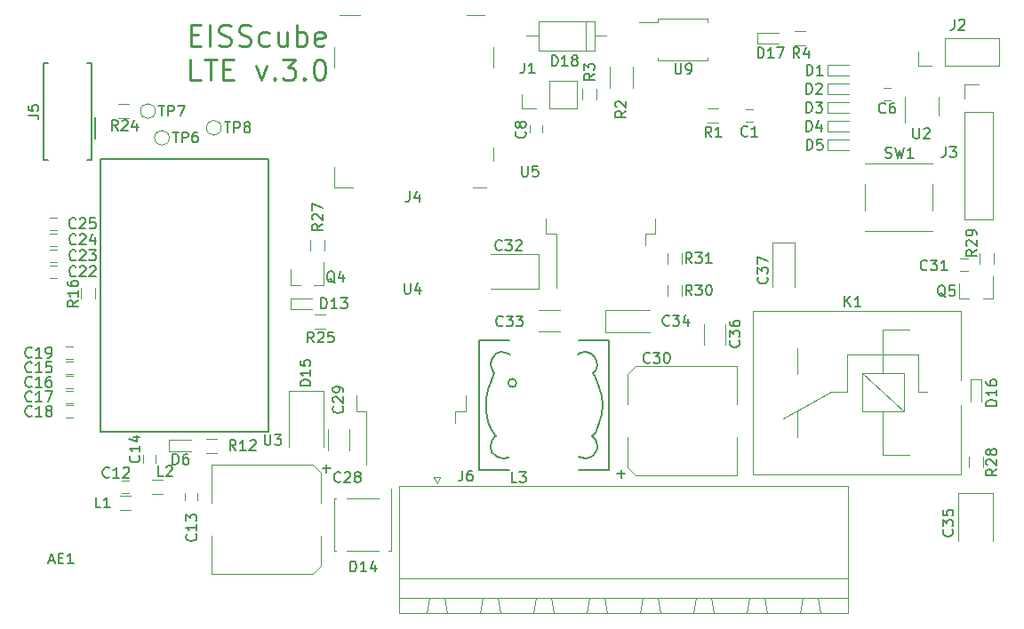
<source format=gbr>
G04 #@! TF.FileFunction,Legend,Top*
%FSLAX46Y46*%
G04 Gerber Fmt 4.6, Leading zero omitted, Abs format (unit mm)*
G04 Created by KiCad (PCBNEW 4.0.7) date Wednesday, April 18, 2018 'PMt' 12:45:26 PM*
%MOMM*%
%LPD*%
G01*
G04 APERTURE LIST*
%ADD10C,0.100000*%
%ADD11C,0.250000*%
%ADD12C,0.120000*%
%ADD13C,0.150000*%
G04 APERTURE END LIST*
D10*
D11*
X113956666Y-81582143D02*
X114623333Y-81582143D01*
X114909047Y-82629762D02*
X113956666Y-82629762D01*
X113956666Y-80629762D01*
X114909047Y-80629762D01*
X115766190Y-82629762D02*
X115766190Y-80629762D01*
X116623333Y-82534524D02*
X116909048Y-82629762D01*
X117385238Y-82629762D01*
X117575714Y-82534524D01*
X117670952Y-82439286D01*
X117766191Y-82248810D01*
X117766191Y-82058333D01*
X117670952Y-81867857D01*
X117575714Y-81772619D01*
X117385238Y-81677381D01*
X117004286Y-81582143D01*
X116813810Y-81486905D01*
X116718571Y-81391667D01*
X116623333Y-81201190D01*
X116623333Y-81010714D01*
X116718571Y-80820238D01*
X116813810Y-80725000D01*
X117004286Y-80629762D01*
X117480476Y-80629762D01*
X117766191Y-80725000D01*
X118528095Y-82534524D02*
X118813810Y-82629762D01*
X119290000Y-82629762D01*
X119480476Y-82534524D01*
X119575714Y-82439286D01*
X119670953Y-82248810D01*
X119670953Y-82058333D01*
X119575714Y-81867857D01*
X119480476Y-81772619D01*
X119290000Y-81677381D01*
X118909048Y-81582143D01*
X118718572Y-81486905D01*
X118623333Y-81391667D01*
X118528095Y-81201190D01*
X118528095Y-81010714D01*
X118623333Y-80820238D01*
X118718572Y-80725000D01*
X118909048Y-80629762D01*
X119385238Y-80629762D01*
X119670953Y-80725000D01*
X121385238Y-82534524D02*
X121194762Y-82629762D01*
X120813810Y-82629762D01*
X120623334Y-82534524D01*
X120528095Y-82439286D01*
X120432857Y-82248810D01*
X120432857Y-81677381D01*
X120528095Y-81486905D01*
X120623334Y-81391667D01*
X120813810Y-81296429D01*
X121194762Y-81296429D01*
X121385238Y-81391667D01*
X123099524Y-81296429D02*
X123099524Y-82629762D01*
X122242381Y-81296429D02*
X122242381Y-82344048D01*
X122337620Y-82534524D01*
X122528096Y-82629762D01*
X122813810Y-82629762D01*
X123004286Y-82534524D01*
X123099524Y-82439286D01*
X124051905Y-82629762D02*
X124051905Y-80629762D01*
X124051905Y-81391667D02*
X124242382Y-81296429D01*
X124623334Y-81296429D01*
X124813810Y-81391667D01*
X124909048Y-81486905D01*
X125004286Y-81677381D01*
X125004286Y-82248810D01*
X124909048Y-82439286D01*
X124813810Y-82534524D01*
X124623334Y-82629762D01*
X124242382Y-82629762D01*
X124051905Y-82534524D01*
X126623334Y-82534524D02*
X126432858Y-82629762D01*
X126051906Y-82629762D01*
X125861429Y-82534524D01*
X125766191Y-82344048D01*
X125766191Y-81582143D01*
X125861429Y-81391667D01*
X126051906Y-81296429D01*
X126432858Y-81296429D01*
X126623334Y-81391667D01*
X126718572Y-81582143D01*
X126718572Y-81772619D01*
X125766191Y-81963095D01*
X114861427Y-85879762D02*
X113909046Y-85879762D01*
X113909046Y-83879762D01*
X115242380Y-83879762D02*
X116385237Y-83879762D01*
X115813809Y-85879762D02*
X115813809Y-83879762D01*
X117051904Y-84832143D02*
X117718571Y-84832143D01*
X118004285Y-85879762D02*
X117051904Y-85879762D01*
X117051904Y-83879762D01*
X118004285Y-83879762D01*
X120194762Y-84546429D02*
X120670953Y-85879762D01*
X121147143Y-84546429D01*
X121909048Y-85689286D02*
X122004287Y-85784524D01*
X121909048Y-85879762D01*
X121813810Y-85784524D01*
X121909048Y-85689286D01*
X121909048Y-85879762D01*
X122670953Y-83879762D02*
X123909049Y-83879762D01*
X123242382Y-84641667D01*
X123528096Y-84641667D01*
X123718572Y-84736905D01*
X123813810Y-84832143D01*
X123909049Y-85022619D01*
X123909049Y-85498810D01*
X123813810Y-85689286D01*
X123718572Y-85784524D01*
X123528096Y-85879762D01*
X122956668Y-85879762D01*
X122766191Y-85784524D01*
X122670953Y-85689286D01*
X124766191Y-85689286D02*
X124861430Y-85784524D01*
X124766191Y-85879762D01*
X124670953Y-85784524D01*
X124766191Y-85689286D01*
X124766191Y-85879762D01*
X126099525Y-83879762D02*
X126290001Y-83879762D01*
X126480477Y-83975000D01*
X126575715Y-84070238D01*
X126670953Y-84260714D01*
X126766192Y-84641667D01*
X126766192Y-85117857D01*
X126670953Y-85498810D01*
X126575715Y-85689286D01*
X126480477Y-85784524D01*
X126290001Y-85879762D01*
X126099525Y-85879762D01*
X125909049Y-85784524D01*
X125813811Y-85689286D01*
X125718572Y-85498810D01*
X125623334Y-85117857D01*
X125623334Y-84641667D01*
X125718572Y-84260714D01*
X125813811Y-84070238D01*
X125909049Y-83975000D01*
X126099525Y-83879762D01*
D12*
X147106000Y-109859000D02*
X149106000Y-109859000D01*
X149106000Y-107819000D02*
X147106000Y-107819000D01*
X187304000Y-114466000D02*
X187304000Y-107866000D01*
X187304000Y-123466000D02*
X187304000Y-116866000D01*
X187304000Y-123466000D02*
X167504000Y-123466000D01*
X167504000Y-123466000D02*
X167504000Y-107866000D01*
X167504000Y-107866000D02*
X187304000Y-107866000D01*
X171754000Y-111466000D02*
X171754000Y-113916000D01*
X171754000Y-119866000D02*
X171754000Y-117366000D01*
X182354000Y-109616000D02*
X179854000Y-109616000D01*
X183254000Y-115616000D02*
X184054000Y-115616000D01*
X179854000Y-121616000D02*
X182354000Y-121616000D01*
X176454000Y-115616000D02*
X174954000Y-115616000D01*
X174954000Y-115616000D02*
X170354000Y-118116000D01*
X176454000Y-112016000D02*
X183254000Y-112016000D01*
X176454000Y-115616000D02*
X176454000Y-112016000D01*
X183254000Y-115616000D02*
X183254000Y-112016000D01*
X179854000Y-121616000D02*
X179854000Y-117416000D01*
X179854000Y-113816000D02*
X179854000Y-109616000D01*
X177854000Y-113816000D02*
X181854000Y-117416000D01*
X181854000Y-113816000D02*
X181854000Y-117416000D01*
X181854000Y-117416000D02*
X177854000Y-117416000D01*
X177854000Y-117416000D02*
X177854000Y-113816000D01*
X177854000Y-113816000D02*
X181854000Y-113816000D01*
X162810000Y-109109000D02*
X162810000Y-111109000D01*
X164850000Y-111109000D02*
X164850000Y-109109000D01*
X133770000Y-124539000D02*
X133770000Y-136699000D01*
X133770000Y-136699000D02*
X176570000Y-136699000D01*
X176570000Y-136699000D02*
X176570000Y-124539000D01*
X176570000Y-124539000D02*
X133770000Y-124539000D01*
X133770000Y-135199000D02*
X133770000Y-133399000D01*
X133770000Y-133399000D02*
X176570000Y-133399000D01*
X176570000Y-133399000D02*
X176570000Y-135199000D01*
X176570000Y-135199000D02*
X133770000Y-135199000D01*
X136390000Y-136699000D02*
X138390000Y-136699000D01*
X138390000Y-136699000D02*
X138140000Y-135199000D01*
X138140000Y-135199000D02*
X136640000Y-135199000D01*
X136640000Y-135199000D02*
X136390000Y-136699000D01*
X141470000Y-136699000D02*
X143470000Y-136699000D01*
X143470000Y-136699000D02*
X143220000Y-135199000D01*
X143220000Y-135199000D02*
X141720000Y-135199000D01*
X141720000Y-135199000D02*
X141470000Y-136699000D01*
X146550000Y-136699000D02*
X148550000Y-136699000D01*
X148550000Y-136699000D02*
X148300000Y-135199000D01*
X148300000Y-135199000D02*
X146800000Y-135199000D01*
X146800000Y-135199000D02*
X146550000Y-136699000D01*
X151630000Y-136699000D02*
X153630000Y-136699000D01*
X153630000Y-136699000D02*
X153380000Y-135199000D01*
X153380000Y-135199000D02*
X151880000Y-135199000D01*
X151880000Y-135199000D02*
X151630000Y-136699000D01*
X156710000Y-136699000D02*
X158710000Y-136699000D01*
X158710000Y-136699000D02*
X158460000Y-135199000D01*
X158460000Y-135199000D02*
X156960000Y-135199000D01*
X156960000Y-135199000D02*
X156710000Y-136699000D01*
X161790000Y-136699000D02*
X163790000Y-136699000D01*
X163790000Y-136699000D02*
X163540000Y-135199000D01*
X163540000Y-135199000D02*
X162040000Y-135199000D01*
X162040000Y-135199000D02*
X161790000Y-136699000D01*
X166870000Y-136699000D02*
X168870000Y-136699000D01*
X168870000Y-136699000D02*
X168620000Y-135199000D01*
X168620000Y-135199000D02*
X167120000Y-135199000D01*
X167120000Y-135199000D02*
X166870000Y-136699000D01*
X171950000Y-136699000D02*
X173950000Y-136699000D01*
X173950000Y-136699000D02*
X173700000Y-135199000D01*
X173700000Y-135199000D02*
X172200000Y-135199000D01*
X172200000Y-135199000D02*
X171950000Y-136699000D01*
X137690000Y-123739000D02*
X137390000Y-124339000D01*
X137390000Y-124339000D02*
X137090000Y-123739000D01*
X137090000Y-123739000D02*
X137690000Y-123739000D01*
X166770000Y-88681000D02*
X167470000Y-88681000D01*
X167470000Y-89881000D02*
X166770000Y-89881000D01*
X179926500Y-86649000D02*
X180626500Y-86649000D01*
X180626500Y-87849000D02*
X179926500Y-87849000D01*
X146212000Y-90901000D02*
X146212000Y-90201000D01*
X147412000Y-90201000D02*
X147412000Y-90901000D01*
X108046000Y-125250500D02*
X107346000Y-125250500D01*
X107346000Y-124050500D02*
X108046000Y-124050500D01*
X114582500Y-125253000D02*
X114582500Y-125953000D01*
X113382500Y-125953000D02*
X113382500Y-125253000D01*
X110582000Y-121633500D02*
X110582000Y-122333500D01*
X109382000Y-122333500D02*
X109382000Y-121633500D01*
X102012000Y-112684000D02*
X102712000Y-112684000D01*
X102712000Y-113884000D02*
X102012000Y-113884000D01*
X102012000Y-114081000D02*
X102712000Y-114081000D01*
X102712000Y-115281000D02*
X102012000Y-115281000D01*
X102012000Y-115478000D02*
X102712000Y-115478000D01*
X102712000Y-116678000D02*
X102012000Y-116678000D01*
X102024000Y-116875000D02*
X102724000Y-116875000D01*
X102724000Y-118075000D02*
X102024000Y-118075000D01*
X102012000Y-111287000D02*
X102712000Y-111287000D01*
X102712000Y-112487000D02*
X102012000Y-112487000D01*
X100488000Y-103540000D02*
X101188000Y-103540000D01*
X101188000Y-104740000D02*
X100488000Y-104740000D01*
X100488000Y-102016000D02*
X101188000Y-102016000D01*
X101188000Y-103216000D02*
X100488000Y-103216000D01*
X100488000Y-100492000D02*
X101188000Y-100492000D01*
X101188000Y-101692000D02*
X100488000Y-101692000D01*
X100488000Y-98968000D02*
X101188000Y-98968000D01*
X101188000Y-100168000D02*
X100488000Y-100168000D01*
X174557000Y-84463000D02*
X174557000Y-85463000D01*
X174557000Y-85463000D02*
X176657000Y-85463000D01*
X174557000Y-84463000D02*
X176657000Y-84463000D01*
X174557000Y-86241000D02*
X174557000Y-87241000D01*
X174557000Y-87241000D02*
X176657000Y-87241000D01*
X174557000Y-86241000D02*
X176657000Y-86241000D01*
X174557000Y-88019000D02*
X174557000Y-89019000D01*
X174557000Y-89019000D02*
X176657000Y-89019000D01*
X174557000Y-88019000D02*
X176657000Y-88019000D01*
X174557000Y-89797000D02*
X174557000Y-90797000D01*
X174557000Y-90797000D02*
X176657000Y-90797000D01*
X174557000Y-89797000D02*
X176657000Y-89797000D01*
X174557000Y-91575000D02*
X174557000Y-92575000D01*
X174557000Y-92575000D02*
X176657000Y-92575000D01*
X174557000Y-91575000D02*
X176657000Y-91575000D01*
X111857000Y-120143500D02*
X111857000Y-121283500D01*
X111857000Y-121283500D02*
X113957000Y-121283500D01*
X111857000Y-120143500D02*
X113957000Y-120143500D01*
X123414000Y-106688000D02*
X123414000Y-107688000D01*
X123414000Y-107688000D02*
X125514000Y-107688000D01*
X123414000Y-106688000D02*
X125514000Y-106688000D01*
X132802000Y-130770000D02*
X133002000Y-130770000D01*
X133002000Y-130770000D02*
X133002000Y-124770000D01*
X127802000Y-130770000D02*
X127602000Y-130770000D01*
X127602000Y-130770000D02*
X127602000Y-125770000D01*
X127602000Y-125770000D02*
X127802000Y-125770000D01*
X131802000Y-130770000D02*
X128802000Y-130770000D01*
X128802000Y-125770000D02*
X131802000Y-125770000D01*
X126618000Y-115472000D02*
X123318000Y-115472000D01*
X123318000Y-115472000D02*
X123318000Y-120872000D01*
X126618000Y-115472000D02*
X126618000Y-120872000D01*
X189222000Y-114397000D02*
X188222000Y-114397000D01*
X188222000Y-114397000D02*
X188222000Y-116497000D01*
X189222000Y-114397000D02*
X189222000Y-116497000D01*
X107196000Y-125494500D02*
X108196000Y-125494500D01*
X108196000Y-126854500D02*
X107196000Y-126854500D01*
X111244000Y-125330500D02*
X110244000Y-125330500D01*
X110244000Y-123970500D02*
X111244000Y-123970500D01*
X123454000Y-105392000D02*
X124384000Y-105392000D01*
X126614000Y-105392000D02*
X125684000Y-105392000D01*
X126614000Y-105392000D02*
X126614000Y-103232000D01*
X123454000Y-105392000D02*
X123454000Y-103932000D01*
X187142000Y-106694000D02*
X188072000Y-106694000D01*
X190302000Y-106694000D02*
X189372000Y-106694000D01*
X190302000Y-106694000D02*
X190302000Y-104534000D01*
X187142000Y-106694000D02*
X187142000Y-105234000D01*
X164203000Y-89961000D02*
X163203000Y-89961000D01*
X163203000Y-88601000D02*
X164203000Y-88601000D01*
X152572000Y-86749000D02*
X152572000Y-87749000D01*
X151212000Y-87749000D02*
X151212000Y-86749000D01*
X172458000Y-82595000D02*
X171458000Y-82595000D01*
X171458000Y-81235000D02*
X172458000Y-81235000D01*
X116451000Y-121393500D02*
X115451000Y-121393500D01*
X115451000Y-120033500D02*
X116451000Y-120033500D01*
X103460000Y-106672000D02*
X103460000Y-105672000D01*
X104820000Y-105672000D02*
X104820000Y-106672000D01*
X108005500Y-89516500D02*
X107005500Y-89516500D01*
X107005500Y-88156500D02*
X108005500Y-88156500D01*
X126738000Y-109582500D02*
X125738000Y-109582500D01*
X125738000Y-108222500D02*
X126738000Y-108222500D01*
X125304000Y-102100000D02*
X125304000Y-101100000D01*
X126664000Y-101100000D02*
X126664000Y-102100000D01*
X188042000Y-122801000D02*
X188042000Y-121801000D01*
X189402000Y-121801000D02*
X189402000Y-122801000D01*
X190418000Y-102370000D02*
X190418000Y-103370000D01*
X189058000Y-103370000D02*
X189058000Y-102370000D01*
X159340000Y-106418000D02*
X159340000Y-105418000D01*
X160700000Y-105418000D02*
X160700000Y-106418000D01*
X159340000Y-103370000D02*
X159340000Y-102370000D01*
X160700000Y-102370000D02*
X160700000Y-103370000D01*
X178126000Y-100258000D02*
X178126000Y-100228000D01*
X178126000Y-93798000D02*
X178126000Y-93828000D01*
X184586000Y-93798000D02*
X184586000Y-93828000D01*
X184586000Y-100228000D02*
X184586000Y-100258000D01*
X178126000Y-98328000D02*
X178126000Y-95728000D01*
X184586000Y-100258000D02*
X178126000Y-100258000D01*
X184586000Y-98328000D02*
X184586000Y-95728000D01*
X184586000Y-93798000D02*
X178126000Y-93798000D01*
X185188500Y-89292000D02*
X185188500Y-87492000D01*
X181968500Y-87492000D02*
X181968500Y-89942000D01*
X129693000Y-115938000D02*
X129693000Y-117438000D01*
X129693000Y-117438000D02*
X130643000Y-117438000D01*
X130643000Y-117438000D02*
X130643000Y-122563000D01*
X140093000Y-115938000D02*
X140093000Y-117438000D01*
X140093000Y-117438000D02*
X139143000Y-117438000D01*
X139143000Y-117438000D02*
X139143000Y-118538000D01*
X147786000Y-99053000D02*
X147786000Y-100553000D01*
X147786000Y-100553000D02*
X148736000Y-100553000D01*
X148736000Y-100553000D02*
X148736000Y-105678000D01*
X158186000Y-99053000D02*
X158186000Y-100553000D01*
X158186000Y-100553000D02*
X157236000Y-100553000D01*
X157236000Y-100553000D02*
X157236000Y-101653000D01*
X126304000Y-132212000D02*
X126304000Y-129322000D01*
X126304000Y-123312000D02*
X126304000Y-126202000D01*
X115884000Y-122552000D02*
X115884000Y-126202000D01*
X115884000Y-132972000D02*
X115884000Y-129322000D01*
X115884000Y-122552000D02*
X125544000Y-122552000D01*
X125544000Y-122552000D02*
X126304000Y-123312000D01*
X126304000Y-132212000D02*
X125544000Y-132972000D01*
X125544000Y-132972000D02*
X115884000Y-132972000D01*
X155508000Y-113914000D02*
X155508000Y-116804000D01*
X155508000Y-122814000D02*
X155508000Y-119924000D01*
X165928000Y-123574000D02*
X165928000Y-119924000D01*
X165928000Y-113154000D02*
X165928000Y-116804000D01*
X165928000Y-123574000D02*
X156268000Y-123574000D01*
X156268000Y-123574000D02*
X155508000Y-122814000D01*
X155508000Y-113914000D02*
X156268000Y-113154000D01*
X156268000Y-113154000D02*
X165928000Y-113154000D01*
X187229000Y-102905000D02*
X187929000Y-102905000D01*
X187929000Y-104105000D02*
X187229000Y-104105000D01*
X153433000Y-107789000D02*
X157683000Y-107789000D01*
X153433000Y-109889000D02*
X157683000Y-109889000D01*
X153433000Y-107789000D02*
X153433000Y-109889000D01*
X171420500Y-101363000D02*
X171420500Y-105613000D01*
X169320500Y-101363000D02*
X169320500Y-105613000D01*
X171420500Y-101363000D02*
X169320500Y-101363000D01*
X150682000Y-88579000D02*
X150682000Y-85919000D01*
X148082000Y-88579000D02*
X150682000Y-88579000D01*
X148082000Y-85919000D02*
X150682000Y-85919000D01*
X148082000Y-88579000D02*
X148082000Y-85919000D01*
X146812000Y-88579000D02*
X145482000Y-88579000D01*
X145482000Y-88579000D02*
X145482000Y-87249000D01*
X190941000Y-84515000D02*
X190941000Y-81855000D01*
X185801000Y-84515000D02*
X190941000Y-84515000D01*
X185801000Y-81855000D02*
X190941000Y-81855000D01*
X185801000Y-84515000D02*
X185801000Y-81855000D01*
X184531000Y-84515000D02*
X183201000Y-84515000D01*
X183201000Y-84515000D02*
X183201000Y-83185000D01*
X187646000Y-88900000D02*
X187646000Y-99120000D01*
X187646000Y-99120000D02*
X190306000Y-99120000D01*
X190306000Y-99120000D02*
X190306000Y-88900000D01*
X190306000Y-88900000D02*
X187646000Y-88900000D01*
X187646000Y-87630000D02*
X187646000Y-86300000D01*
X187646000Y-86300000D02*
X188976000Y-86300000D01*
X111888500Y-91376500D02*
G75*
G03X111888500Y-91376500I-700000J0D01*
G01*
X110555000Y-88836500D02*
G75*
G03X110555000Y-88836500I-700000J0D01*
G01*
X116841500Y-90424000D02*
G75*
G03X116841500Y-90424000I-700000J0D01*
G01*
X147072000Y-105790000D02*
X142522000Y-105790000D01*
X147072000Y-102490000D02*
X142522000Y-102490000D01*
X147072000Y-105790000D02*
X147072000Y-102490000D01*
X167864000Y-81415000D02*
X167864000Y-82415000D01*
X167864000Y-82415000D02*
X169964000Y-82415000D01*
X167864000Y-81415000D02*
X169964000Y-81415000D01*
X152393000Y-83071000D02*
X152393000Y-80251000D01*
X152393000Y-80251000D02*
X147073000Y-80251000D01*
X147073000Y-80251000D02*
X147073000Y-83071000D01*
X147073000Y-83071000D02*
X152393000Y-83071000D01*
X153533000Y-81661000D02*
X152393000Y-81661000D01*
X145933000Y-81661000D02*
X147073000Y-81661000D01*
X151553000Y-83071000D02*
X151553000Y-80251000D01*
X158382000Y-80342000D02*
X156682000Y-80342000D01*
X163182000Y-83742000D02*
X163182000Y-84042000D01*
X163182000Y-84042000D02*
X158382000Y-84042000D01*
X158382000Y-84042000D02*
X158382000Y-83742000D01*
X158382000Y-80342000D02*
X158382000Y-80042000D01*
X158382000Y-80042000D02*
X163182000Y-80042000D01*
X163182000Y-80042000D02*
X163182000Y-80342000D01*
X156010000Y-84598000D02*
X156010000Y-86598000D01*
X153870000Y-86598000D02*
X153870000Y-84598000D01*
D13*
X100355000Y-93486500D02*
X99880000Y-93486500D01*
X99880000Y-93486500D02*
X99880000Y-84236500D01*
X99880000Y-84236500D02*
X100355000Y-84236500D01*
X104055000Y-93486500D02*
X104530000Y-93486500D01*
X104530000Y-93486500D02*
X104530000Y-84236500D01*
X104517500Y-84236500D02*
X104042500Y-84236500D01*
X104805000Y-91461500D02*
X104805000Y-89461500D01*
D12*
X141922500Y-79692500D02*
X140208000Y-79692500D01*
X128143000Y-79692500D02*
X130048000Y-79692500D01*
X142748000Y-93537500D02*
X142748000Y-92265500D01*
X140843000Y-96075500D02*
X142115500Y-96075500D01*
X127635000Y-96080500D02*
X127635000Y-94170500D01*
X129413000Y-96075500D02*
X127635000Y-96075500D01*
X142748000Y-84645500D02*
X142748000Y-82740500D01*
X127635000Y-84645500D02*
X127635000Y-82740500D01*
D13*
X105368000Y-119424000D02*
X121368000Y-119424000D01*
X121368000Y-119424000D02*
X121368000Y-93424000D01*
X121368000Y-93424000D02*
X105368000Y-93424000D01*
X105368000Y-93424000D02*
X105368000Y-119424000D01*
D12*
X129036000Y-121142000D02*
X129036000Y-119142000D01*
X126996000Y-119142000D02*
X126996000Y-121142000D01*
X190372000Y-125216000D02*
X190372000Y-129766000D01*
X187072000Y-125216000D02*
X187072000Y-129766000D01*
X190372000Y-125216000D02*
X187072000Y-125216000D01*
D13*
X144965494Y-114739420D02*
G75*
G03X144965494Y-114739420I-391234J0D01*
G01*
X144274540Y-121739660D02*
X144172940Y-121841260D01*
X144172940Y-121841260D02*
X143774160Y-121940320D01*
X143774160Y-121940320D02*
X143273780Y-121841260D01*
X143273780Y-121841260D02*
X142974060Y-121640600D01*
X142974060Y-121640600D02*
X142572740Y-121340880D01*
X142572740Y-121340880D02*
X142473680Y-120840500D01*
X142473680Y-120840500D02*
X142572740Y-120340120D01*
X142572740Y-120340120D02*
X142875000Y-119938800D01*
X142875000Y-119938800D02*
X142974060Y-119839740D01*
X142974060Y-119839740D02*
X142572740Y-119240300D01*
X142572740Y-119240300D02*
X142273020Y-118440200D01*
X142273020Y-118440200D02*
X142074900Y-117439440D01*
X142074900Y-117439440D02*
X142074900Y-116240560D01*
X142074900Y-116240560D02*
X142273020Y-115338860D01*
X142273020Y-115338860D02*
X142473680Y-114739420D01*
X142473680Y-114739420D02*
X142674340Y-114239040D01*
X142674340Y-114239040D02*
X142875000Y-113840260D01*
X142875000Y-113840260D02*
X142674340Y-113540540D01*
X142674340Y-113540540D02*
X142473680Y-112941100D01*
X142473680Y-112941100D02*
X142572740Y-112539780D01*
X142572740Y-112539780D02*
X142773400Y-112240060D01*
X142773400Y-112240060D02*
X142974060Y-111940340D01*
X142974060Y-111940340D02*
X143474440Y-111739680D01*
X143474440Y-111739680D02*
X143974820Y-111838740D01*
X143974820Y-111838740D02*
X144373600Y-112039400D01*
X150873460Y-121739660D02*
X151173180Y-121841260D01*
X151173180Y-121841260D02*
X151574500Y-121940320D01*
X151574500Y-121940320D02*
X151874220Y-121841260D01*
X151874220Y-121841260D02*
X152273000Y-121640600D01*
X152273000Y-121640600D02*
X152473660Y-121340880D01*
X152473660Y-121340880D02*
X152674320Y-121041160D01*
X152674320Y-121041160D02*
X152674320Y-120738900D01*
X152674320Y-120738900D02*
X152575260Y-120439180D01*
X152575260Y-120439180D02*
X152473660Y-120139460D01*
X152473660Y-120139460D02*
X152173940Y-119839740D01*
X152173940Y-119839740D02*
X152473660Y-119440960D01*
X152473660Y-119440960D02*
X152674320Y-119039640D01*
X152674320Y-119039640D02*
X152874980Y-118539260D01*
X152874980Y-118539260D02*
X153073100Y-117739160D01*
X153073100Y-117739160D02*
X153174700Y-116840000D01*
X153174700Y-116840000D02*
X153073100Y-116039900D01*
X153073100Y-116039900D02*
X152874980Y-115140740D01*
X152874980Y-115140740D02*
X152473660Y-114239040D01*
X152473660Y-114239040D02*
X152273000Y-113840260D01*
X152273000Y-113840260D02*
X152473660Y-113540540D01*
X152473660Y-113540540D02*
X152674320Y-113139220D01*
X152674320Y-113139220D02*
X152575260Y-112638840D01*
X152575260Y-112638840D02*
X152374600Y-112240060D01*
X152374600Y-112240060D02*
X152074880Y-111940340D01*
X152074880Y-111940340D02*
X151574500Y-111739680D01*
X151574500Y-111739680D02*
X151074120Y-111838740D01*
X151074120Y-111838740D02*
X150774400Y-112039400D01*
X144274540Y-110639860D02*
X141373860Y-110639860D01*
X141373860Y-110639860D02*
X141373860Y-123040140D01*
X141373860Y-123040140D02*
X144274540Y-123040140D01*
X153774140Y-123040140D02*
X153774140Y-110639860D01*
X153774140Y-110639860D02*
X150873460Y-110639860D01*
X153774140Y-123040140D02*
X150873460Y-123040140D01*
X143653143Y-109259643D02*
X143605524Y-109307262D01*
X143462667Y-109354881D01*
X143367429Y-109354881D01*
X143224571Y-109307262D01*
X143129333Y-109212024D01*
X143081714Y-109116786D01*
X143034095Y-108926310D01*
X143034095Y-108783452D01*
X143081714Y-108592976D01*
X143129333Y-108497738D01*
X143224571Y-108402500D01*
X143367429Y-108354881D01*
X143462667Y-108354881D01*
X143605524Y-108402500D01*
X143653143Y-108450119D01*
X143986476Y-108354881D02*
X144605524Y-108354881D01*
X144272190Y-108735833D01*
X144415048Y-108735833D01*
X144510286Y-108783452D01*
X144557905Y-108831071D01*
X144605524Y-108926310D01*
X144605524Y-109164405D01*
X144557905Y-109259643D01*
X144510286Y-109307262D01*
X144415048Y-109354881D01*
X144129333Y-109354881D01*
X144034095Y-109307262D01*
X143986476Y-109259643D01*
X144938857Y-108354881D02*
X145557905Y-108354881D01*
X145224571Y-108735833D01*
X145367429Y-108735833D01*
X145462667Y-108783452D01*
X145510286Y-108831071D01*
X145557905Y-108926310D01*
X145557905Y-109164405D01*
X145510286Y-109259643D01*
X145462667Y-109307262D01*
X145367429Y-109354881D01*
X145081714Y-109354881D01*
X144986476Y-109307262D01*
X144938857Y-109259643D01*
X176236405Y-107449881D02*
X176236405Y-106449881D01*
X176807834Y-107449881D02*
X176379262Y-106878452D01*
X176807834Y-106449881D02*
X176236405Y-107021310D01*
X177760215Y-107449881D02*
X177188786Y-107449881D01*
X177474500Y-107449881D02*
X177474500Y-106449881D01*
X177379262Y-106592738D01*
X177284024Y-106687976D01*
X177188786Y-106735595D01*
X166155643Y-110688357D02*
X166203262Y-110735976D01*
X166250881Y-110878833D01*
X166250881Y-110974071D01*
X166203262Y-111116929D01*
X166108024Y-111212167D01*
X166012786Y-111259786D01*
X165822310Y-111307405D01*
X165679452Y-111307405D01*
X165488976Y-111259786D01*
X165393738Y-111212167D01*
X165298500Y-111116929D01*
X165250881Y-110974071D01*
X165250881Y-110878833D01*
X165298500Y-110735976D01*
X165346119Y-110688357D01*
X165250881Y-110355024D02*
X165250881Y-109735976D01*
X165631833Y-110069310D01*
X165631833Y-109926452D01*
X165679452Y-109831214D01*
X165727071Y-109783595D01*
X165822310Y-109735976D01*
X166060405Y-109735976D01*
X166155643Y-109783595D01*
X166203262Y-109831214D01*
X166250881Y-109926452D01*
X166250881Y-110212167D01*
X166203262Y-110307405D01*
X166155643Y-110355024D01*
X165250881Y-108878833D02*
X165250881Y-109069310D01*
X165298500Y-109164548D01*
X165346119Y-109212167D01*
X165488976Y-109307405D01*
X165679452Y-109355024D01*
X166060405Y-109355024D01*
X166155643Y-109307405D01*
X166203262Y-109259786D01*
X166250881Y-109164548D01*
X166250881Y-108974071D01*
X166203262Y-108878833D01*
X166155643Y-108831214D01*
X166060405Y-108783595D01*
X165822310Y-108783595D01*
X165727071Y-108831214D01*
X165679452Y-108878833D01*
X165631833Y-108974071D01*
X165631833Y-109164548D01*
X165679452Y-109259786D01*
X165727071Y-109307405D01*
X165822310Y-109355024D01*
X139811167Y-123086881D02*
X139811167Y-123801167D01*
X139763547Y-123944024D01*
X139668309Y-124039262D01*
X139525452Y-124086881D01*
X139430214Y-124086881D01*
X140715929Y-123086881D02*
X140525452Y-123086881D01*
X140430214Y-123134500D01*
X140382595Y-123182119D01*
X140287357Y-123324976D01*
X140239738Y-123515452D01*
X140239738Y-123896405D01*
X140287357Y-123991643D01*
X140334976Y-124039262D01*
X140430214Y-124086881D01*
X140620691Y-124086881D01*
X140715929Y-124039262D01*
X140763548Y-123991643D01*
X140811167Y-123896405D01*
X140811167Y-123658310D01*
X140763548Y-123563071D01*
X140715929Y-123515452D01*
X140620691Y-123467833D01*
X140430214Y-123467833D01*
X140334976Y-123515452D01*
X140287357Y-123563071D01*
X140239738Y-123658310D01*
X100433333Y-131675167D02*
X100909524Y-131675167D01*
X100338095Y-131960881D02*
X100671428Y-130960881D01*
X101004762Y-131960881D01*
X101338095Y-131437071D02*
X101671429Y-131437071D01*
X101814286Y-131960881D02*
X101338095Y-131960881D01*
X101338095Y-130960881D01*
X101814286Y-130960881D01*
X102766667Y-131960881D02*
X102195238Y-131960881D01*
X102480952Y-131960881D02*
X102480952Y-130960881D01*
X102385714Y-131103738D01*
X102290476Y-131198976D01*
X102195238Y-131246595D01*
X166965334Y-91162143D02*
X166917715Y-91209762D01*
X166774858Y-91257381D01*
X166679620Y-91257381D01*
X166536762Y-91209762D01*
X166441524Y-91114524D01*
X166393905Y-91019286D01*
X166346286Y-90828810D01*
X166346286Y-90685952D01*
X166393905Y-90495476D01*
X166441524Y-90400238D01*
X166536762Y-90305000D01*
X166679620Y-90257381D01*
X166774858Y-90257381D01*
X166917715Y-90305000D01*
X166965334Y-90352619D01*
X167917715Y-91257381D02*
X167346286Y-91257381D01*
X167632000Y-91257381D02*
X167632000Y-90257381D01*
X167536762Y-90400238D01*
X167441524Y-90495476D01*
X167346286Y-90543095D01*
X180109834Y-88939643D02*
X180062215Y-88987262D01*
X179919358Y-89034881D01*
X179824120Y-89034881D01*
X179681262Y-88987262D01*
X179586024Y-88892024D01*
X179538405Y-88796786D01*
X179490786Y-88606310D01*
X179490786Y-88463452D01*
X179538405Y-88272976D01*
X179586024Y-88177738D01*
X179681262Y-88082500D01*
X179824120Y-88034881D01*
X179919358Y-88034881D01*
X180062215Y-88082500D01*
X180109834Y-88130119D01*
X180966977Y-88034881D02*
X180776500Y-88034881D01*
X180681262Y-88082500D01*
X180633643Y-88130119D01*
X180538405Y-88272976D01*
X180490786Y-88463452D01*
X180490786Y-88844405D01*
X180538405Y-88939643D01*
X180586024Y-88987262D01*
X180681262Y-89034881D01*
X180871739Y-89034881D01*
X180966977Y-88987262D01*
X181014596Y-88939643D01*
X181062215Y-88844405D01*
X181062215Y-88606310D01*
X181014596Y-88511071D01*
X180966977Y-88463452D01*
X180871739Y-88415833D01*
X180681262Y-88415833D01*
X180586024Y-88463452D01*
X180538405Y-88511071D01*
X180490786Y-88606310D01*
X145772143Y-90781166D02*
X145819762Y-90828785D01*
X145867381Y-90971642D01*
X145867381Y-91066880D01*
X145819762Y-91209738D01*
X145724524Y-91304976D01*
X145629286Y-91352595D01*
X145438810Y-91400214D01*
X145295952Y-91400214D01*
X145105476Y-91352595D01*
X145010238Y-91304976D01*
X144915000Y-91209738D01*
X144867381Y-91066880D01*
X144867381Y-90971642D01*
X144915000Y-90828785D01*
X144962619Y-90781166D01*
X145295952Y-90209738D02*
X145248333Y-90304976D01*
X145200714Y-90352595D01*
X145105476Y-90400214D01*
X145057857Y-90400214D01*
X144962619Y-90352595D01*
X144915000Y-90304976D01*
X144867381Y-90209738D01*
X144867381Y-90019261D01*
X144915000Y-89924023D01*
X144962619Y-89876404D01*
X145057857Y-89828785D01*
X145105476Y-89828785D01*
X145200714Y-89876404D01*
X145248333Y-89924023D01*
X145295952Y-90019261D01*
X145295952Y-90209738D01*
X145343571Y-90304976D01*
X145391190Y-90352595D01*
X145486429Y-90400214D01*
X145676905Y-90400214D01*
X145772143Y-90352595D01*
X145819762Y-90304976D01*
X145867381Y-90209738D01*
X145867381Y-90019261D01*
X145819762Y-89924023D01*
X145772143Y-89876404D01*
X145676905Y-89828785D01*
X145486429Y-89828785D01*
X145391190Y-89876404D01*
X145343571Y-89924023D01*
X145295952Y-90019261D01*
X106164143Y-123674143D02*
X106116524Y-123721762D01*
X105973667Y-123769381D01*
X105878429Y-123769381D01*
X105735571Y-123721762D01*
X105640333Y-123626524D01*
X105592714Y-123531286D01*
X105545095Y-123340810D01*
X105545095Y-123197952D01*
X105592714Y-123007476D01*
X105640333Y-122912238D01*
X105735571Y-122817000D01*
X105878429Y-122769381D01*
X105973667Y-122769381D01*
X106116524Y-122817000D01*
X106164143Y-122864619D01*
X107116524Y-123769381D02*
X106545095Y-123769381D01*
X106830809Y-123769381D02*
X106830809Y-122769381D01*
X106735571Y-122912238D01*
X106640333Y-123007476D01*
X106545095Y-123055095D01*
X107497476Y-122864619D02*
X107545095Y-122817000D01*
X107640333Y-122769381D01*
X107878429Y-122769381D01*
X107973667Y-122817000D01*
X108021286Y-122864619D01*
X108068905Y-122959857D01*
X108068905Y-123055095D01*
X108021286Y-123197952D01*
X107449857Y-123769381D01*
X108068905Y-123769381D01*
X114403143Y-129166857D02*
X114450762Y-129214476D01*
X114498381Y-129357333D01*
X114498381Y-129452571D01*
X114450762Y-129595429D01*
X114355524Y-129690667D01*
X114260286Y-129738286D01*
X114069810Y-129785905D01*
X113926952Y-129785905D01*
X113736476Y-129738286D01*
X113641238Y-129690667D01*
X113546000Y-129595429D01*
X113498381Y-129452571D01*
X113498381Y-129357333D01*
X113546000Y-129214476D01*
X113593619Y-129166857D01*
X114498381Y-128214476D02*
X114498381Y-128785905D01*
X114498381Y-128500191D02*
X113498381Y-128500191D01*
X113641238Y-128595429D01*
X113736476Y-128690667D01*
X113784095Y-128785905D01*
X113498381Y-127881143D02*
X113498381Y-127262095D01*
X113879333Y-127595429D01*
X113879333Y-127452571D01*
X113926952Y-127357333D01*
X113974571Y-127309714D01*
X114069810Y-127262095D01*
X114307905Y-127262095D01*
X114403143Y-127309714D01*
X114450762Y-127357333D01*
X114498381Y-127452571D01*
X114498381Y-127738286D01*
X114450762Y-127833524D01*
X114403143Y-127881143D01*
X109005643Y-121673857D02*
X109053262Y-121721476D01*
X109100881Y-121864333D01*
X109100881Y-121959571D01*
X109053262Y-122102429D01*
X108958024Y-122197667D01*
X108862786Y-122245286D01*
X108672310Y-122292905D01*
X108529452Y-122292905D01*
X108338976Y-122245286D01*
X108243738Y-122197667D01*
X108148500Y-122102429D01*
X108100881Y-121959571D01*
X108100881Y-121864333D01*
X108148500Y-121721476D01*
X108196119Y-121673857D01*
X109100881Y-120721476D02*
X109100881Y-121292905D01*
X109100881Y-121007191D02*
X108100881Y-121007191D01*
X108243738Y-121102429D01*
X108338976Y-121197667D01*
X108386595Y-121292905D01*
X108434214Y-119864333D02*
X109100881Y-119864333D01*
X108053262Y-120102429D02*
X108767548Y-120340524D01*
X108767548Y-119721476D01*
X98798143Y-113641143D02*
X98750524Y-113688762D01*
X98607667Y-113736381D01*
X98512429Y-113736381D01*
X98369571Y-113688762D01*
X98274333Y-113593524D01*
X98226714Y-113498286D01*
X98179095Y-113307810D01*
X98179095Y-113164952D01*
X98226714Y-112974476D01*
X98274333Y-112879238D01*
X98369571Y-112784000D01*
X98512429Y-112736381D01*
X98607667Y-112736381D01*
X98750524Y-112784000D01*
X98798143Y-112831619D01*
X99750524Y-113736381D02*
X99179095Y-113736381D01*
X99464809Y-113736381D02*
X99464809Y-112736381D01*
X99369571Y-112879238D01*
X99274333Y-112974476D01*
X99179095Y-113022095D01*
X100655286Y-112736381D02*
X100179095Y-112736381D01*
X100131476Y-113212571D01*
X100179095Y-113164952D01*
X100274333Y-113117333D01*
X100512429Y-113117333D01*
X100607667Y-113164952D01*
X100655286Y-113212571D01*
X100702905Y-113307810D01*
X100702905Y-113545905D01*
X100655286Y-113641143D01*
X100607667Y-113688762D01*
X100512429Y-113736381D01*
X100274333Y-113736381D01*
X100179095Y-113688762D01*
X100131476Y-113641143D01*
X98786143Y-115038143D02*
X98738524Y-115085762D01*
X98595667Y-115133381D01*
X98500429Y-115133381D01*
X98357571Y-115085762D01*
X98262333Y-114990524D01*
X98214714Y-114895286D01*
X98167095Y-114704810D01*
X98167095Y-114561952D01*
X98214714Y-114371476D01*
X98262333Y-114276238D01*
X98357571Y-114181000D01*
X98500429Y-114133381D01*
X98595667Y-114133381D01*
X98738524Y-114181000D01*
X98786143Y-114228619D01*
X99738524Y-115133381D02*
X99167095Y-115133381D01*
X99452809Y-115133381D02*
X99452809Y-114133381D01*
X99357571Y-114276238D01*
X99262333Y-114371476D01*
X99167095Y-114419095D01*
X100595667Y-114133381D02*
X100405190Y-114133381D01*
X100309952Y-114181000D01*
X100262333Y-114228619D01*
X100167095Y-114371476D01*
X100119476Y-114561952D01*
X100119476Y-114942905D01*
X100167095Y-115038143D01*
X100214714Y-115085762D01*
X100309952Y-115133381D01*
X100500429Y-115133381D01*
X100595667Y-115085762D01*
X100643286Y-115038143D01*
X100690905Y-114942905D01*
X100690905Y-114704810D01*
X100643286Y-114609571D01*
X100595667Y-114561952D01*
X100500429Y-114514333D01*
X100309952Y-114514333D01*
X100214714Y-114561952D01*
X100167095Y-114609571D01*
X100119476Y-114704810D01*
X98798143Y-116435143D02*
X98750524Y-116482762D01*
X98607667Y-116530381D01*
X98512429Y-116530381D01*
X98369571Y-116482762D01*
X98274333Y-116387524D01*
X98226714Y-116292286D01*
X98179095Y-116101810D01*
X98179095Y-115958952D01*
X98226714Y-115768476D01*
X98274333Y-115673238D01*
X98369571Y-115578000D01*
X98512429Y-115530381D01*
X98607667Y-115530381D01*
X98750524Y-115578000D01*
X98798143Y-115625619D01*
X99750524Y-116530381D02*
X99179095Y-116530381D01*
X99464809Y-116530381D02*
X99464809Y-115530381D01*
X99369571Y-115673238D01*
X99274333Y-115768476D01*
X99179095Y-115816095D01*
X100083857Y-115530381D02*
X100750524Y-115530381D01*
X100321952Y-116530381D01*
X98798143Y-117832143D02*
X98750524Y-117879762D01*
X98607667Y-117927381D01*
X98512429Y-117927381D01*
X98369571Y-117879762D01*
X98274333Y-117784524D01*
X98226714Y-117689286D01*
X98179095Y-117498810D01*
X98179095Y-117355952D01*
X98226714Y-117165476D01*
X98274333Y-117070238D01*
X98369571Y-116975000D01*
X98512429Y-116927381D01*
X98607667Y-116927381D01*
X98750524Y-116975000D01*
X98798143Y-117022619D01*
X99750524Y-117927381D02*
X99179095Y-117927381D01*
X99464809Y-117927381D02*
X99464809Y-116927381D01*
X99369571Y-117070238D01*
X99274333Y-117165476D01*
X99179095Y-117213095D01*
X100321952Y-117355952D02*
X100226714Y-117308333D01*
X100179095Y-117260714D01*
X100131476Y-117165476D01*
X100131476Y-117117857D01*
X100179095Y-117022619D01*
X100226714Y-116975000D01*
X100321952Y-116927381D01*
X100512429Y-116927381D01*
X100607667Y-116975000D01*
X100655286Y-117022619D01*
X100702905Y-117117857D01*
X100702905Y-117165476D01*
X100655286Y-117260714D01*
X100607667Y-117308333D01*
X100512429Y-117355952D01*
X100321952Y-117355952D01*
X100226714Y-117403571D01*
X100179095Y-117451190D01*
X100131476Y-117546429D01*
X100131476Y-117736905D01*
X100179095Y-117832143D01*
X100226714Y-117879762D01*
X100321952Y-117927381D01*
X100512429Y-117927381D01*
X100607667Y-117879762D01*
X100655286Y-117832143D01*
X100702905Y-117736905D01*
X100702905Y-117546429D01*
X100655286Y-117451190D01*
X100607667Y-117403571D01*
X100512429Y-117355952D01*
X98786143Y-112244143D02*
X98738524Y-112291762D01*
X98595667Y-112339381D01*
X98500429Y-112339381D01*
X98357571Y-112291762D01*
X98262333Y-112196524D01*
X98214714Y-112101286D01*
X98167095Y-111910810D01*
X98167095Y-111767952D01*
X98214714Y-111577476D01*
X98262333Y-111482238D01*
X98357571Y-111387000D01*
X98500429Y-111339381D01*
X98595667Y-111339381D01*
X98738524Y-111387000D01*
X98786143Y-111434619D01*
X99738524Y-112339381D02*
X99167095Y-112339381D01*
X99452809Y-112339381D02*
X99452809Y-111339381D01*
X99357571Y-111482238D01*
X99262333Y-111577476D01*
X99167095Y-111625095D01*
X100214714Y-112339381D02*
X100405190Y-112339381D01*
X100500429Y-112291762D01*
X100548048Y-112244143D01*
X100643286Y-112101286D01*
X100690905Y-111910810D01*
X100690905Y-111529857D01*
X100643286Y-111434619D01*
X100595667Y-111387000D01*
X100500429Y-111339381D01*
X100309952Y-111339381D01*
X100214714Y-111387000D01*
X100167095Y-111434619D01*
X100119476Y-111529857D01*
X100119476Y-111767952D01*
X100167095Y-111863190D01*
X100214714Y-111910810D01*
X100309952Y-111958429D01*
X100500429Y-111958429D01*
X100595667Y-111910810D01*
X100643286Y-111863190D01*
X100690905Y-111767952D01*
X102989143Y-104497143D02*
X102941524Y-104544762D01*
X102798667Y-104592381D01*
X102703429Y-104592381D01*
X102560571Y-104544762D01*
X102465333Y-104449524D01*
X102417714Y-104354286D01*
X102370095Y-104163810D01*
X102370095Y-104020952D01*
X102417714Y-103830476D01*
X102465333Y-103735238D01*
X102560571Y-103640000D01*
X102703429Y-103592381D01*
X102798667Y-103592381D01*
X102941524Y-103640000D01*
X102989143Y-103687619D01*
X103370095Y-103687619D02*
X103417714Y-103640000D01*
X103512952Y-103592381D01*
X103751048Y-103592381D01*
X103846286Y-103640000D01*
X103893905Y-103687619D01*
X103941524Y-103782857D01*
X103941524Y-103878095D01*
X103893905Y-104020952D01*
X103322476Y-104592381D01*
X103941524Y-104592381D01*
X104322476Y-103687619D02*
X104370095Y-103640000D01*
X104465333Y-103592381D01*
X104703429Y-103592381D01*
X104798667Y-103640000D01*
X104846286Y-103687619D01*
X104893905Y-103782857D01*
X104893905Y-103878095D01*
X104846286Y-104020952D01*
X104274857Y-104592381D01*
X104893905Y-104592381D01*
X102989143Y-102973143D02*
X102941524Y-103020762D01*
X102798667Y-103068381D01*
X102703429Y-103068381D01*
X102560571Y-103020762D01*
X102465333Y-102925524D01*
X102417714Y-102830286D01*
X102370095Y-102639810D01*
X102370095Y-102496952D01*
X102417714Y-102306476D01*
X102465333Y-102211238D01*
X102560571Y-102116000D01*
X102703429Y-102068381D01*
X102798667Y-102068381D01*
X102941524Y-102116000D01*
X102989143Y-102163619D01*
X103370095Y-102163619D02*
X103417714Y-102116000D01*
X103512952Y-102068381D01*
X103751048Y-102068381D01*
X103846286Y-102116000D01*
X103893905Y-102163619D01*
X103941524Y-102258857D01*
X103941524Y-102354095D01*
X103893905Y-102496952D01*
X103322476Y-103068381D01*
X103941524Y-103068381D01*
X104274857Y-102068381D02*
X104893905Y-102068381D01*
X104560571Y-102449333D01*
X104703429Y-102449333D01*
X104798667Y-102496952D01*
X104846286Y-102544571D01*
X104893905Y-102639810D01*
X104893905Y-102877905D01*
X104846286Y-102973143D01*
X104798667Y-103020762D01*
X104703429Y-103068381D01*
X104417714Y-103068381D01*
X104322476Y-103020762D01*
X104274857Y-102973143D01*
X102989143Y-101449143D02*
X102941524Y-101496762D01*
X102798667Y-101544381D01*
X102703429Y-101544381D01*
X102560571Y-101496762D01*
X102465333Y-101401524D01*
X102417714Y-101306286D01*
X102370095Y-101115810D01*
X102370095Y-100972952D01*
X102417714Y-100782476D01*
X102465333Y-100687238D01*
X102560571Y-100592000D01*
X102703429Y-100544381D01*
X102798667Y-100544381D01*
X102941524Y-100592000D01*
X102989143Y-100639619D01*
X103370095Y-100639619D02*
X103417714Y-100592000D01*
X103512952Y-100544381D01*
X103751048Y-100544381D01*
X103846286Y-100592000D01*
X103893905Y-100639619D01*
X103941524Y-100734857D01*
X103941524Y-100830095D01*
X103893905Y-100972952D01*
X103322476Y-101544381D01*
X103941524Y-101544381D01*
X104798667Y-100877714D02*
X104798667Y-101544381D01*
X104560571Y-100496762D02*
X104322476Y-101211048D01*
X104941524Y-101211048D01*
X102977143Y-99925143D02*
X102929524Y-99972762D01*
X102786667Y-100020381D01*
X102691429Y-100020381D01*
X102548571Y-99972762D01*
X102453333Y-99877524D01*
X102405714Y-99782286D01*
X102358095Y-99591810D01*
X102358095Y-99448952D01*
X102405714Y-99258476D01*
X102453333Y-99163238D01*
X102548571Y-99068000D01*
X102691429Y-99020381D01*
X102786667Y-99020381D01*
X102929524Y-99068000D01*
X102977143Y-99115619D01*
X103358095Y-99115619D02*
X103405714Y-99068000D01*
X103500952Y-99020381D01*
X103739048Y-99020381D01*
X103834286Y-99068000D01*
X103881905Y-99115619D01*
X103929524Y-99210857D01*
X103929524Y-99306095D01*
X103881905Y-99448952D01*
X103310476Y-100020381D01*
X103929524Y-100020381D01*
X104834286Y-99020381D02*
X104358095Y-99020381D01*
X104310476Y-99496571D01*
X104358095Y-99448952D01*
X104453333Y-99401333D01*
X104691429Y-99401333D01*
X104786667Y-99448952D01*
X104834286Y-99496571D01*
X104881905Y-99591810D01*
X104881905Y-99829905D01*
X104834286Y-99925143D01*
X104786667Y-99972762D01*
X104691429Y-100020381D01*
X104453333Y-100020381D01*
X104358095Y-99972762D01*
X104310476Y-99925143D01*
X172616905Y-85415381D02*
X172616905Y-84415381D01*
X172855000Y-84415381D01*
X172997858Y-84463000D01*
X173093096Y-84558238D01*
X173140715Y-84653476D01*
X173188334Y-84843952D01*
X173188334Y-84986810D01*
X173140715Y-85177286D01*
X173093096Y-85272524D01*
X172997858Y-85367762D01*
X172855000Y-85415381D01*
X172616905Y-85415381D01*
X174140715Y-85415381D02*
X173569286Y-85415381D01*
X173855000Y-85415381D02*
X173855000Y-84415381D01*
X173759762Y-84558238D01*
X173664524Y-84653476D01*
X173569286Y-84701095D01*
X172553405Y-87193381D02*
X172553405Y-86193381D01*
X172791500Y-86193381D01*
X172934358Y-86241000D01*
X173029596Y-86336238D01*
X173077215Y-86431476D01*
X173124834Y-86621952D01*
X173124834Y-86764810D01*
X173077215Y-86955286D01*
X173029596Y-87050524D01*
X172934358Y-87145762D01*
X172791500Y-87193381D01*
X172553405Y-87193381D01*
X173505786Y-86288619D02*
X173553405Y-86241000D01*
X173648643Y-86193381D01*
X173886739Y-86193381D01*
X173981977Y-86241000D01*
X174029596Y-86288619D01*
X174077215Y-86383857D01*
X174077215Y-86479095D01*
X174029596Y-86621952D01*
X173458167Y-87193381D01*
X174077215Y-87193381D01*
X172553405Y-88971381D02*
X172553405Y-87971381D01*
X172791500Y-87971381D01*
X172934358Y-88019000D01*
X173029596Y-88114238D01*
X173077215Y-88209476D01*
X173124834Y-88399952D01*
X173124834Y-88542810D01*
X173077215Y-88733286D01*
X173029596Y-88828524D01*
X172934358Y-88923762D01*
X172791500Y-88971381D01*
X172553405Y-88971381D01*
X173458167Y-87971381D02*
X174077215Y-87971381D01*
X173743881Y-88352333D01*
X173886739Y-88352333D01*
X173981977Y-88399952D01*
X174029596Y-88447571D01*
X174077215Y-88542810D01*
X174077215Y-88780905D01*
X174029596Y-88876143D01*
X173981977Y-88923762D01*
X173886739Y-88971381D01*
X173601024Y-88971381D01*
X173505786Y-88923762D01*
X173458167Y-88876143D01*
X172553405Y-90749381D02*
X172553405Y-89749381D01*
X172791500Y-89749381D01*
X172934358Y-89797000D01*
X173029596Y-89892238D01*
X173077215Y-89987476D01*
X173124834Y-90177952D01*
X173124834Y-90320810D01*
X173077215Y-90511286D01*
X173029596Y-90606524D01*
X172934358Y-90701762D01*
X172791500Y-90749381D01*
X172553405Y-90749381D01*
X173981977Y-90082714D02*
X173981977Y-90749381D01*
X173743881Y-89701762D02*
X173505786Y-90416048D01*
X174124834Y-90416048D01*
X172616905Y-92527381D02*
X172616905Y-91527381D01*
X172855000Y-91527381D01*
X172997858Y-91575000D01*
X173093096Y-91670238D01*
X173140715Y-91765476D01*
X173188334Y-91955952D01*
X173188334Y-92098810D01*
X173140715Y-92289286D01*
X173093096Y-92384524D01*
X172997858Y-92479762D01*
X172855000Y-92527381D01*
X172616905Y-92527381D01*
X174093096Y-91527381D02*
X173616905Y-91527381D01*
X173569286Y-92003571D01*
X173616905Y-91955952D01*
X173712143Y-91908333D01*
X173950239Y-91908333D01*
X174045477Y-91955952D01*
X174093096Y-92003571D01*
X174140715Y-92098810D01*
X174140715Y-92336905D01*
X174093096Y-92432143D01*
X174045477Y-92479762D01*
X173950239Y-92527381D01*
X173712143Y-92527381D01*
X173616905Y-92479762D01*
X173569286Y-92432143D01*
X112228405Y-122499381D02*
X112228405Y-121499381D01*
X112466500Y-121499381D01*
X112609358Y-121547000D01*
X112704596Y-121642238D01*
X112752215Y-121737476D01*
X112799834Y-121927952D01*
X112799834Y-122070810D01*
X112752215Y-122261286D01*
X112704596Y-122356524D01*
X112609358Y-122451762D01*
X112466500Y-122499381D01*
X112228405Y-122499381D01*
X113656977Y-121499381D02*
X113466500Y-121499381D01*
X113371262Y-121547000D01*
X113323643Y-121594619D01*
X113228405Y-121737476D01*
X113180786Y-121927952D01*
X113180786Y-122308905D01*
X113228405Y-122404143D01*
X113276024Y-122451762D01*
X113371262Y-122499381D01*
X113561739Y-122499381D01*
X113656977Y-122451762D01*
X113704596Y-122404143D01*
X113752215Y-122308905D01*
X113752215Y-122070810D01*
X113704596Y-121975571D01*
X113656977Y-121927952D01*
X113561739Y-121880333D01*
X113371262Y-121880333D01*
X113276024Y-121927952D01*
X113228405Y-121975571D01*
X113180786Y-122070810D01*
X126357214Y-107640381D02*
X126357214Y-106640381D01*
X126595309Y-106640381D01*
X126738167Y-106688000D01*
X126833405Y-106783238D01*
X126881024Y-106878476D01*
X126928643Y-107068952D01*
X126928643Y-107211810D01*
X126881024Y-107402286D01*
X126833405Y-107497524D01*
X126738167Y-107592762D01*
X126595309Y-107640381D01*
X126357214Y-107640381D01*
X127881024Y-107640381D02*
X127309595Y-107640381D01*
X127595309Y-107640381D02*
X127595309Y-106640381D01*
X127500071Y-106783238D01*
X127404833Y-106878476D01*
X127309595Y-106926095D01*
X128214357Y-106640381D02*
X128833405Y-106640381D01*
X128500071Y-107021333D01*
X128642929Y-107021333D01*
X128738167Y-107068952D01*
X128785786Y-107116571D01*
X128833405Y-107211810D01*
X128833405Y-107449905D01*
X128785786Y-107545143D01*
X128738167Y-107592762D01*
X128642929Y-107640381D01*
X128357214Y-107640381D01*
X128261976Y-107592762D01*
X128214357Y-107545143D01*
X129151214Y-132722881D02*
X129151214Y-131722881D01*
X129389309Y-131722881D01*
X129532167Y-131770500D01*
X129627405Y-131865738D01*
X129675024Y-131960976D01*
X129722643Y-132151452D01*
X129722643Y-132294310D01*
X129675024Y-132484786D01*
X129627405Y-132580024D01*
X129532167Y-132675262D01*
X129389309Y-132722881D01*
X129151214Y-132722881D01*
X130675024Y-132722881D02*
X130103595Y-132722881D01*
X130389309Y-132722881D02*
X130389309Y-131722881D01*
X130294071Y-131865738D01*
X130198833Y-131960976D01*
X130103595Y-132008595D01*
X131532167Y-132056214D02*
X131532167Y-132722881D01*
X131294071Y-131675262D02*
X131055976Y-132389548D01*
X131675024Y-132389548D01*
X125356881Y-115006286D02*
X124356881Y-115006286D01*
X124356881Y-114768191D01*
X124404500Y-114625333D01*
X124499738Y-114530095D01*
X124594976Y-114482476D01*
X124785452Y-114434857D01*
X124928310Y-114434857D01*
X125118786Y-114482476D01*
X125214024Y-114530095D01*
X125309262Y-114625333D01*
X125356881Y-114768191D01*
X125356881Y-115006286D01*
X125356881Y-113482476D02*
X125356881Y-114053905D01*
X125356881Y-113768191D02*
X124356881Y-113768191D01*
X124499738Y-113863429D01*
X124594976Y-113958667D01*
X124642595Y-114053905D01*
X124356881Y-112577714D02*
X124356881Y-113053905D01*
X124833071Y-113101524D01*
X124785452Y-113053905D01*
X124737833Y-112958667D01*
X124737833Y-112720571D01*
X124785452Y-112625333D01*
X124833071Y-112577714D01*
X124928310Y-112530095D01*
X125166405Y-112530095D01*
X125261643Y-112577714D01*
X125309262Y-112625333D01*
X125356881Y-112720571D01*
X125356881Y-112958667D01*
X125309262Y-113053905D01*
X125261643Y-113101524D01*
X190698381Y-116911286D02*
X189698381Y-116911286D01*
X189698381Y-116673191D01*
X189746000Y-116530333D01*
X189841238Y-116435095D01*
X189936476Y-116387476D01*
X190126952Y-116339857D01*
X190269810Y-116339857D01*
X190460286Y-116387476D01*
X190555524Y-116435095D01*
X190650762Y-116530333D01*
X190698381Y-116673191D01*
X190698381Y-116911286D01*
X190698381Y-115387476D02*
X190698381Y-115958905D01*
X190698381Y-115673191D02*
X189698381Y-115673191D01*
X189841238Y-115768429D01*
X189936476Y-115863667D01*
X189984095Y-115958905D01*
X189698381Y-114530333D02*
X189698381Y-114720810D01*
X189746000Y-114816048D01*
X189793619Y-114863667D01*
X189936476Y-114958905D01*
X190126952Y-115006524D01*
X190507905Y-115006524D01*
X190603143Y-114958905D01*
X190650762Y-114911286D01*
X190698381Y-114816048D01*
X190698381Y-114625571D01*
X190650762Y-114530333D01*
X190603143Y-114482714D01*
X190507905Y-114435095D01*
X190269810Y-114435095D01*
X190174571Y-114482714D01*
X190126952Y-114530333D01*
X190079333Y-114625571D01*
X190079333Y-114816048D01*
X190126952Y-114911286D01*
X190174571Y-114958905D01*
X190269810Y-115006524D01*
X105370334Y-126626881D02*
X104894143Y-126626881D01*
X104894143Y-125626881D01*
X106227477Y-126626881D02*
X105656048Y-126626881D01*
X105941762Y-126626881D02*
X105941762Y-125626881D01*
X105846524Y-125769738D01*
X105751286Y-125864976D01*
X105656048Y-125912595D01*
X111339334Y-123642381D02*
X110863143Y-123642381D01*
X110863143Y-122642381D01*
X111625048Y-122737619D02*
X111672667Y-122690000D01*
X111767905Y-122642381D01*
X112006001Y-122642381D01*
X112101239Y-122690000D01*
X112148858Y-122737619D01*
X112196477Y-122832857D01*
X112196477Y-122928095D01*
X112148858Y-123070952D01*
X111577429Y-123642381D01*
X112196477Y-123642381D01*
X127666762Y-105195619D02*
X127571524Y-105148000D01*
X127476286Y-105052762D01*
X127333429Y-104909905D01*
X127238190Y-104862286D01*
X127142952Y-104862286D01*
X127190571Y-105100381D02*
X127095333Y-105052762D01*
X127000095Y-104957524D01*
X126952476Y-104767048D01*
X126952476Y-104433714D01*
X127000095Y-104243238D01*
X127095333Y-104148000D01*
X127190571Y-104100381D01*
X127381048Y-104100381D01*
X127476286Y-104148000D01*
X127571524Y-104243238D01*
X127619143Y-104433714D01*
X127619143Y-104767048D01*
X127571524Y-104957524D01*
X127476286Y-105052762D01*
X127381048Y-105100381D01*
X127190571Y-105100381D01*
X128476286Y-104433714D02*
X128476286Y-105100381D01*
X128238190Y-104052762D02*
X128000095Y-104767048D01*
X128619143Y-104767048D01*
X185832762Y-106529119D02*
X185737524Y-106481500D01*
X185642286Y-106386262D01*
X185499429Y-106243405D01*
X185404190Y-106195786D01*
X185308952Y-106195786D01*
X185356571Y-106433881D02*
X185261333Y-106386262D01*
X185166095Y-106291024D01*
X185118476Y-106100548D01*
X185118476Y-105767214D01*
X185166095Y-105576738D01*
X185261333Y-105481500D01*
X185356571Y-105433881D01*
X185547048Y-105433881D01*
X185642286Y-105481500D01*
X185737524Y-105576738D01*
X185785143Y-105767214D01*
X185785143Y-106100548D01*
X185737524Y-106291024D01*
X185642286Y-106386262D01*
X185547048Y-106433881D01*
X185356571Y-106433881D01*
X186689905Y-105433881D02*
X186213714Y-105433881D01*
X186166095Y-105910071D01*
X186213714Y-105862452D01*
X186308952Y-105814833D01*
X186547048Y-105814833D01*
X186642286Y-105862452D01*
X186689905Y-105910071D01*
X186737524Y-106005310D01*
X186737524Y-106243405D01*
X186689905Y-106338643D01*
X186642286Y-106386262D01*
X186547048Y-106433881D01*
X186308952Y-106433881D01*
X186213714Y-106386262D01*
X186166095Y-106338643D01*
X163536334Y-91320881D02*
X163203000Y-90844690D01*
X162964905Y-91320881D02*
X162964905Y-90320881D01*
X163345858Y-90320881D01*
X163441096Y-90368500D01*
X163488715Y-90416119D01*
X163536334Y-90511357D01*
X163536334Y-90654214D01*
X163488715Y-90749452D01*
X163441096Y-90797071D01*
X163345858Y-90844690D01*
X162964905Y-90844690D01*
X164488715Y-91320881D02*
X163917286Y-91320881D01*
X164203000Y-91320881D02*
X164203000Y-90320881D01*
X164107762Y-90463738D01*
X164012524Y-90558976D01*
X163917286Y-90606595D01*
X152407881Y-85256666D02*
X151931690Y-85590000D01*
X152407881Y-85828095D02*
X151407881Y-85828095D01*
X151407881Y-85447142D01*
X151455500Y-85351904D01*
X151503119Y-85304285D01*
X151598357Y-85256666D01*
X151741214Y-85256666D01*
X151836452Y-85304285D01*
X151884071Y-85351904D01*
X151931690Y-85447142D01*
X151931690Y-85828095D01*
X151407881Y-84923333D02*
X151407881Y-84304285D01*
X151788833Y-84637619D01*
X151788833Y-84494761D01*
X151836452Y-84399523D01*
X151884071Y-84351904D01*
X151979310Y-84304285D01*
X152217405Y-84304285D01*
X152312643Y-84351904D01*
X152360262Y-84399523D01*
X152407881Y-84494761D01*
X152407881Y-84780476D01*
X152360262Y-84875714D01*
X152312643Y-84923333D01*
X171918334Y-83764381D02*
X171585000Y-83288190D01*
X171346905Y-83764381D02*
X171346905Y-82764381D01*
X171727858Y-82764381D01*
X171823096Y-82812000D01*
X171870715Y-82859619D01*
X171918334Y-82954857D01*
X171918334Y-83097714D01*
X171870715Y-83192952D01*
X171823096Y-83240571D01*
X171727858Y-83288190D01*
X171346905Y-83288190D01*
X172775477Y-83097714D02*
X172775477Y-83764381D01*
X172537381Y-82716762D02*
X172299286Y-83431048D01*
X172918334Y-83431048D01*
X118229143Y-121165881D02*
X117895809Y-120689690D01*
X117657714Y-121165881D02*
X117657714Y-120165881D01*
X118038667Y-120165881D01*
X118133905Y-120213500D01*
X118181524Y-120261119D01*
X118229143Y-120356357D01*
X118229143Y-120499214D01*
X118181524Y-120594452D01*
X118133905Y-120642071D01*
X118038667Y-120689690D01*
X117657714Y-120689690D01*
X119181524Y-121165881D02*
X118610095Y-121165881D01*
X118895809Y-121165881D02*
X118895809Y-120165881D01*
X118800571Y-120308738D01*
X118705333Y-120403976D01*
X118610095Y-120451595D01*
X119562476Y-120261119D02*
X119610095Y-120213500D01*
X119705333Y-120165881D01*
X119943429Y-120165881D01*
X120038667Y-120213500D01*
X120086286Y-120261119D01*
X120133905Y-120356357D01*
X120133905Y-120451595D01*
X120086286Y-120594452D01*
X119514857Y-121165881D01*
X120133905Y-121165881D01*
X103195381Y-106878357D02*
X102719190Y-107211691D01*
X103195381Y-107449786D02*
X102195381Y-107449786D01*
X102195381Y-107068833D01*
X102243000Y-106973595D01*
X102290619Y-106925976D01*
X102385857Y-106878357D01*
X102528714Y-106878357D01*
X102623952Y-106925976D01*
X102671571Y-106973595D01*
X102719190Y-107068833D01*
X102719190Y-107449786D01*
X103195381Y-105925976D02*
X103195381Y-106497405D01*
X103195381Y-106211691D02*
X102195381Y-106211691D01*
X102338238Y-106306929D01*
X102433476Y-106402167D01*
X102481095Y-106497405D01*
X102195381Y-105068833D02*
X102195381Y-105259310D01*
X102243000Y-105354548D01*
X102290619Y-105402167D01*
X102433476Y-105497405D01*
X102623952Y-105545024D01*
X103004905Y-105545024D01*
X103100143Y-105497405D01*
X103147762Y-105449786D01*
X103195381Y-105354548D01*
X103195381Y-105164071D01*
X103147762Y-105068833D01*
X103100143Y-105021214D01*
X103004905Y-104973595D01*
X102766810Y-104973595D01*
X102671571Y-105021214D01*
X102623952Y-105068833D01*
X102576333Y-105164071D01*
X102576333Y-105354548D01*
X102623952Y-105449786D01*
X102671571Y-105497405D01*
X102766810Y-105545024D01*
X106989643Y-90685881D02*
X106656309Y-90209690D01*
X106418214Y-90685881D02*
X106418214Y-89685881D01*
X106799167Y-89685881D01*
X106894405Y-89733500D01*
X106942024Y-89781119D01*
X106989643Y-89876357D01*
X106989643Y-90019214D01*
X106942024Y-90114452D01*
X106894405Y-90162071D01*
X106799167Y-90209690D01*
X106418214Y-90209690D01*
X107370595Y-89781119D02*
X107418214Y-89733500D01*
X107513452Y-89685881D01*
X107751548Y-89685881D01*
X107846786Y-89733500D01*
X107894405Y-89781119D01*
X107942024Y-89876357D01*
X107942024Y-89971595D01*
X107894405Y-90114452D01*
X107322976Y-90685881D01*
X107942024Y-90685881D01*
X108799167Y-90019214D02*
X108799167Y-90685881D01*
X108561071Y-89638262D02*
X108322976Y-90352548D01*
X108942024Y-90352548D01*
X125658643Y-110878881D02*
X125325309Y-110402690D01*
X125087214Y-110878881D02*
X125087214Y-109878881D01*
X125468167Y-109878881D01*
X125563405Y-109926500D01*
X125611024Y-109974119D01*
X125658643Y-110069357D01*
X125658643Y-110212214D01*
X125611024Y-110307452D01*
X125563405Y-110355071D01*
X125468167Y-110402690D01*
X125087214Y-110402690D01*
X126039595Y-109974119D02*
X126087214Y-109926500D01*
X126182452Y-109878881D01*
X126420548Y-109878881D01*
X126515786Y-109926500D01*
X126563405Y-109974119D01*
X126611024Y-110069357D01*
X126611024Y-110164595D01*
X126563405Y-110307452D01*
X125991976Y-110878881D01*
X126611024Y-110878881D01*
X127515786Y-109878881D02*
X127039595Y-109878881D01*
X126991976Y-110355071D01*
X127039595Y-110307452D01*
X127134833Y-110259833D01*
X127372929Y-110259833D01*
X127468167Y-110307452D01*
X127515786Y-110355071D01*
X127563405Y-110450310D01*
X127563405Y-110688405D01*
X127515786Y-110783643D01*
X127468167Y-110831262D01*
X127372929Y-110878881D01*
X127134833Y-110878881D01*
X127039595Y-110831262D01*
X126991976Y-110783643D01*
X126499881Y-99575857D02*
X126023690Y-99909191D01*
X126499881Y-100147286D02*
X125499881Y-100147286D01*
X125499881Y-99766333D01*
X125547500Y-99671095D01*
X125595119Y-99623476D01*
X125690357Y-99575857D01*
X125833214Y-99575857D01*
X125928452Y-99623476D01*
X125976071Y-99671095D01*
X126023690Y-99766333D01*
X126023690Y-100147286D01*
X125595119Y-99194905D02*
X125547500Y-99147286D01*
X125499881Y-99052048D01*
X125499881Y-98813952D01*
X125547500Y-98718714D01*
X125595119Y-98671095D01*
X125690357Y-98623476D01*
X125785595Y-98623476D01*
X125928452Y-98671095D01*
X126499881Y-99242524D01*
X126499881Y-98623476D01*
X125499881Y-98290143D02*
X125499881Y-97623476D01*
X126499881Y-98052048D01*
X190698381Y-122943857D02*
X190222190Y-123277191D01*
X190698381Y-123515286D02*
X189698381Y-123515286D01*
X189698381Y-123134333D01*
X189746000Y-123039095D01*
X189793619Y-122991476D01*
X189888857Y-122943857D01*
X190031714Y-122943857D01*
X190126952Y-122991476D01*
X190174571Y-123039095D01*
X190222190Y-123134333D01*
X190222190Y-123515286D01*
X189793619Y-122562905D02*
X189746000Y-122515286D01*
X189698381Y-122420048D01*
X189698381Y-122181952D01*
X189746000Y-122086714D01*
X189793619Y-122039095D01*
X189888857Y-121991476D01*
X189984095Y-121991476D01*
X190126952Y-122039095D01*
X190698381Y-122610524D01*
X190698381Y-121991476D01*
X190126952Y-121420048D02*
X190079333Y-121515286D01*
X190031714Y-121562905D01*
X189936476Y-121610524D01*
X189888857Y-121610524D01*
X189793619Y-121562905D01*
X189746000Y-121515286D01*
X189698381Y-121420048D01*
X189698381Y-121229571D01*
X189746000Y-121134333D01*
X189793619Y-121086714D01*
X189888857Y-121039095D01*
X189936476Y-121039095D01*
X190031714Y-121086714D01*
X190079333Y-121134333D01*
X190126952Y-121229571D01*
X190126952Y-121420048D01*
X190174571Y-121515286D01*
X190222190Y-121562905D01*
X190317429Y-121610524D01*
X190507905Y-121610524D01*
X190603143Y-121562905D01*
X190650762Y-121515286D01*
X190698381Y-121420048D01*
X190698381Y-121229571D01*
X190650762Y-121134333D01*
X190603143Y-121086714D01*
X190507905Y-121039095D01*
X190317429Y-121039095D01*
X190222190Y-121086714D01*
X190174571Y-121134333D01*
X190126952Y-121229571D01*
X188793381Y-102052357D02*
X188317190Y-102385691D01*
X188793381Y-102623786D02*
X187793381Y-102623786D01*
X187793381Y-102242833D01*
X187841000Y-102147595D01*
X187888619Y-102099976D01*
X187983857Y-102052357D01*
X188126714Y-102052357D01*
X188221952Y-102099976D01*
X188269571Y-102147595D01*
X188317190Y-102242833D01*
X188317190Y-102623786D01*
X187888619Y-101671405D02*
X187841000Y-101623786D01*
X187793381Y-101528548D01*
X187793381Y-101290452D01*
X187841000Y-101195214D01*
X187888619Y-101147595D01*
X187983857Y-101099976D01*
X188079095Y-101099976D01*
X188221952Y-101147595D01*
X188793381Y-101719024D01*
X188793381Y-101099976D01*
X188793381Y-100623786D02*
X188793381Y-100433310D01*
X188745762Y-100338071D01*
X188698143Y-100290452D01*
X188555286Y-100195214D01*
X188364810Y-100147595D01*
X187983857Y-100147595D01*
X187888619Y-100195214D01*
X187841000Y-100242833D01*
X187793381Y-100338071D01*
X187793381Y-100528548D01*
X187841000Y-100623786D01*
X187888619Y-100671405D01*
X187983857Y-100719024D01*
X188221952Y-100719024D01*
X188317190Y-100671405D01*
X188364810Y-100623786D01*
X188412429Y-100528548D01*
X188412429Y-100338071D01*
X188364810Y-100242833D01*
X188317190Y-100195214D01*
X188221952Y-100147595D01*
X161663143Y-106382381D02*
X161329809Y-105906190D01*
X161091714Y-106382381D02*
X161091714Y-105382381D01*
X161472667Y-105382381D01*
X161567905Y-105430000D01*
X161615524Y-105477619D01*
X161663143Y-105572857D01*
X161663143Y-105715714D01*
X161615524Y-105810952D01*
X161567905Y-105858571D01*
X161472667Y-105906190D01*
X161091714Y-105906190D01*
X161996476Y-105382381D02*
X162615524Y-105382381D01*
X162282190Y-105763333D01*
X162425048Y-105763333D01*
X162520286Y-105810952D01*
X162567905Y-105858571D01*
X162615524Y-105953810D01*
X162615524Y-106191905D01*
X162567905Y-106287143D01*
X162520286Y-106334762D01*
X162425048Y-106382381D01*
X162139333Y-106382381D01*
X162044095Y-106334762D01*
X161996476Y-106287143D01*
X163234571Y-105382381D02*
X163329810Y-105382381D01*
X163425048Y-105430000D01*
X163472667Y-105477619D01*
X163520286Y-105572857D01*
X163567905Y-105763333D01*
X163567905Y-106001429D01*
X163520286Y-106191905D01*
X163472667Y-106287143D01*
X163425048Y-106334762D01*
X163329810Y-106382381D01*
X163234571Y-106382381D01*
X163139333Y-106334762D01*
X163091714Y-106287143D01*
X163044095Y-106191905D01*
X162996476Y-106001429D01*
X162996476Y-105763333D01*
X163044095Y-105572857D01*
X163091714Y-105477619D01*
X163139333Y-105430000D01*
X163234571Y-105382381D01*
X161663143Y-103322381D02*
X161329809Y-102846190D01*
X161091714Y-103322381D02*
X161091714Y-102322381D01*
X161472667Y-102322381D01*
X161567905Y-102370000D01*
X161615524Y-102417619D01*
X161663143Y-102512857D01*
X161663143Y-102655714D01*
X161615524Y-102750952D01*
X161567905Y-102798571D01*
X161472667Y-102846190D01*
X161091714Y-102846190D01*
X161996476Y-102322381D02*
X162615524Y-102322381D01*
X162282190Y-102703333D01*
X162425048Y-102703333D01*
X162520286Y-102750952D01*
X162567905Y-102798571D01*
X162615524Y-102893810D01*
X162615524Y-103131905D01*
X162567905Y-103227143D01*
X162520286Y-103274762D01*
X162425048Y-103322381D01*
X162139333Y-103322381D01*
X162044095Y-103274762D01*
X161996476Y-103227143D01*
X163567905Y-103322381D02*
X162996476Y-103322381D01*
X163282190Y-103322381D02*
X163282190Y-102322381D01*
X163186952Y-102465238D01*
X163091714Y-102560476D01*
X162996476Y-102608095D01*
X180106667Y-93241762D02*
X180249524Y-93289381D01*
X180487620Y-93289381D01*
X180582858Y-93241762D01*
X180630477Y-93194143D01*
X180678096Y-93098905D01*
X180678096Y-93003667D01*
X180630477Y-92908429D01*
X180582858Y-92860810D01*
X180487620Y-92813190D01*
X180297143Y-92765571D01*
X180201905Y-92717952D01*
X180154286Y-92670333D01*
X180106667Y-92575095D01*
X180106667Y-92479857D01*
X180154286Y-92384619D01*
X180201905Y-92337000D01*
X180297143Y-92289381D01*
X180535239Y-92289381D01*
X180678096Y-92337000D01*
X181011429Y-92289381D02*
X181249524Y-93289381D01*
X181440001Y-92575095D01*
X181630477Y-93289381D01*
X181868572Y-92289381D01*
X182773334Y-93289381D02*
X182201905Y-93289381D01*
X182487619Y-93289381D02*
X182487619Y-92289381D01*
X182392381Y-92432238D01*
X182297143Y-92527476D01*
X182201905Y-92575095D01*
X182753095Y-90447881D02*
X182753095Y-91257405D01*
X182800714Y-91352643D01*
X182848333Y-91400262D01*
X182943571Y-91447881D01*
X183134048Y-91447881D01*
X183229286Y-91400262D01*
X183276905Y-91352643D01*
X183324524Y-91257405D01*
X183324524Y-90447881D01*
X183753095Y-90543119D02*
X183800714Y-90495500D01*
X183895952Y-90447881D01*
X184134048Y-90447881D01*
X184229286Y-90495500D01*
X184276905Y-90543119D01*
X184324524Y-90638357D01*
X184324524Y-90733595D01*
X184276905Y-90876452D01*
X183705476Y-91447881D01*
X184324524Y-91447881D01*
X134287095Y-105237381D02*
X134287095Y-106046905D01*
X134334714Y-106142143D01*
X134382333Y-106189762D01*
X134477571Y-106237381D01*
X134668048Y-106237381D01*
X134763286Y-106189762D01*
X134810905Y-106142143D01*
X134858524Y-106046905D01*
X134858524Y-105237381D01*
X135763286Y-105570714D02*
X135763286Y-106237381D01*
X135525190Y-105189762D02*
X135287095Y-105904048D01*
X135906143Y-105904048D01*
X145478595Y-94067381D02*
X145478595Y-94876905D01*
X145526214Y-94972143D01*
X145573833Y-95019762D01*
X145669071Y-95067381D01*
X145859548Y-95067381D01*
X145954786Y-95019762D01*
X146002405Y-94972143D01*
X146050024Y-94876905D01*
X146050024Y-94067381D01*
X147002405Y-94067381D02*
X146526214Y-94067381D01*
X146478595Y-94543571D01*
X146526214Y-94495952D01*
X146621452Y-94448333D01*
X146859548Y-94448333D01*
X146954786Y-94495952D01*
X147002405Y-94543571D01*
X147050024Y-94638810D01*
X147050024Y-94876905D01*
X147002405Y-94972143D01*
X146954786Y-95019762D01*
X146859548Y-95067381D01*
X146621452Y-95067381D01*
X146526214Y-95019762D01*
X146478595Y-94972143D01*
X128198643Y-124118643D02*
X128151024Y-124166262D01*
X128008167Y-124213881D01*
X127912929Y-124213881D01*
X127770071Y-124166262D01*
X127674833Y-124071024D01*
X127627214Y-123975786D01*
X127579595Y-123785310D01*
X127579595Y-123642452D01*
X127627214Y-123451976D01*
X127674833Y-123356738D01*
X127770071Y-123261500D01*
X127912929Y-123213881D01*
X128008167Y-123213881D01*
X128151024Y-123261500D01*
X128198643Y-123309119D01*
X128579595Y-123309119D02*
X128627214Y-123261500D01*
X128722452Y-123213881D01*
X128960548Y-123213881D01*
X129055786Y-123261500D01*
X129103405Y-123309119D01*
X129151024Y-123404357D01*
X129151024Y-123499595D01*
X129103405Y-123642452D01*
X128531976Y-124213881D01*
X129151024Y-124213881D01*
X129722452Y-123642452D02*
X129627214Y-123594833D01*
X129579595Y-123547214D01*
X129531976Y-123451976D01*
X129531976Y-123404357D01*
X129579595Y-123309119D01*
X129627214Y-123261500D01*
X129722452Y-123213881D01*
X129912929Y-123213881D01*
X130008167Y-123261500D01*
X130055786Y-123309119D01*
X130103405Y-123404357D01*
X130103405Y-123451976D01*
X130055786Y-123547214D01*
X130008167Y-123594833D01*
X129912929Y-123642452D01*
X129722452Y-123642452D01*
X129627214Y-123690071D01*
X129579595Y-123737690D01*
X129531976Y-123832929D01*
X129531976Y-124023405D01*
X129579595Y-124118643D01*
X129627214Y-124166262D01*
X129722452Y-124213881D01*
X129912929Y-124213881D01*
X130008167Y-124166262D01*
X130055786Y-124118643D01*
X130103405Y-124023405D01*
X130103405Y-123832929D01*
X130055786Y-123737690D01*
X130008167Y-123690071D01*
X129912929Y-123642452D01*
X126493048Y-122863429D02*
X127254953Y-122863429D01*
X126874001Y-123244381D02*
X126874001Y-122482476D01*
X157662643Y-112752143D02*
X157615024Y-112799762D01*
X157472167Y-112847381D01*
X157376929Y-112847381D01*
X157234071Y-112799762D01*
X157138833Y-112704524D01*
X157091214Y-112609286D01*
X157043595Y-112418810D01*
X157043595Y-112275952D01*
X157091214Y-112085476D01*
X157138833Y-111990238D01*
X157234071Y-111895000D01*
X157376929Y-111847381D01*
X157472167Y-111847381D01*
X157615024Y-111895000D01*
X157662643Y-111942619D01*
X157995976Y-111847381D02*
X158615024Y-111847381D01*
X158281690Y-112228333D01*
X158424548Y-112228333D01*
X158519786Y-112275952D01*
X158567405Y-112323571D01*
X158615024Y-112418810D01*
X158615024Y-112656905D01*
X158567405Y-112752143D01*
X158519786Y-112799762D01*
X158424548Y-112847381D01*
X158138833Y-112847381D01*
X158043595Y-112799762D01*
X157995976Y-112752143D01*
X159234071Y-111847381D02*
X159329310Y-111847381D01*
X159424548Y-111895000D01*
X159472167Y-111942619D01*
X159519786Y-112037857D01*
X159567405Y-112228333D01*
X159567405Y-112466429D01*
X159519786Y-112656905D01*
X159472167Y-112752143D01*
X159424548Y-112799762D01*
X159329310Y-112847381D01*
X159234071Y-112847381D01*
X159138833Y-112799762D01*
X159091214Y-112752143D01*
X159043595Y-112656905D01*
X158995976Y-112466429D01*
X158995976Y-112228333D01*
X159043595Y-112037857D01*
X159091214Y-111942619D01*
X159138833Y-111895000D01*
X159234071Y-111847381D01*
X154557048Y-123405429D02*
X155318953Y-123405429D01*
X154938001Y-123786381D02*
X154938001Y-123024476D01*
X184078643Y-103925643D02*
X184031024Y-103973262D01*
X183888167Y-104020881D01*
X183792929Y-104020881D01*
X183650071Y-103973262D01*
X183554833Y-103878024D01*
X183507214Y-103782786D01*
X183459595Y-103592310D01*
X183459595Y-103449452D01*
X183507214Y-103258976D01*
X183554833Y-103163738D01*
X183650071Y-103068500D01*
X183792929Y-103020881D01*
X183888167Y-103020881D01*
X184031024Y-103068500D01*
X184078643Y-103116119D01*
X184411976Y-103020881D02*
X185031024Y-103020881D01*
X184697690Y-103401833D01*
X184840548Y-103401833D01*
X184935786Y-103449452D01*
X184983405Y-103497071D01*
X185031024Y-103592310D01*
X185031024Y-103830405D01*
X184983405Y-103925643D01*
X184935786Y-103973262D01*
X184840548Y-104020881D01*
X184554833Y-104020881D01*
X184459595Y-103973262D01*
X184411976Y-103925643D01*
X185983405Y-104020881D02*
X185411976Y-104020881D01*
X185697690Y-104020881D02*
X185697690Y-103020881D01*
X185602452Y-103163738D01*
X185507214Y-103258976D01*
X185411976Y-103306595D01*
X159504143Y-109196143D02*
X159456524Y-109243762D01*
X159313667Y-109291381D01*
X159218429Y-109291381D01*
X159075571Y-109243762D01*
X158980333Y-109148524D01*
X158932714Y-109053286D01*
X158885095Y-108862810D01*
X158885095Y-108719952D01*
X158932714Y-108529476D01*
X158980333Y-108434238D01*
X159075571Y-108339000D01*
X159218429Y-108291381D01*
X159313667Y-108291381D01*
X159456524Y-108339000D01*
X159504143Y-108386619D01*
X159837476Y-108291381D02*
X160456524Y-108291381D01*
X160123190Y-108672333D01*
X160266048Y-108672333D01*
X160361286Y-108719952D01*
X160408905Y-108767571D01*
X160456524Y-108862810D01*
X160456524Y-109100905D01*
X160408905Y-109196143D01*
X160361286Y-109243762D01*
X160266048Y-109291381D01*
X159980333Y-109291381D01*
X159885095Y-109243762D01*
X159837476Y-109196143D01*
X161313667Y-108624714D02*
X161313667Y-109291381D01*
X161075571Y-108243762D02*
X160837476Y-108958048D01*
X161456524Y-108958048D01*
X168822643Y-104655857D02*
X168870262Y-104703476D01*
X168917881Y-104846333D01*
X168917881Y-104941571D01*
X168870262Y-105084429D01*
X168775024Y-105179667D01*
X168679786Y-105227286D01*
X168489310Y-105274905D01*
X168346452Y-105274905D01*
X168155976Y-105227286D01*
X168060738Y-105179667D01*
X167965500Y-105084429D01*
X167917881Y-104941571D01*
X167917881Y-104846333D01*
X167965500Y-104703476D01*
X168013119Y-104655857D01*
X167917881Y-104322524D02*
X167917881Y-103703476D01*
X168298833Y-104036810D01*
X168298833Y-103893952D01*
X168346452Y-103798714D01*
X168394071Y-103751095D01*
X168489310Y-103703476D01*
X168727405Y-103703476D01*
X168822643Y-103751095D01*
X168870262Y-103798714D01*
X168917881Y-103893952D01*
X168917881Y-104179667D01*
X168870262Y-104274905D01*
X168822643Y-104322524D01*
X167917881Y-103370143D02*
X167917881Y-102703476D01*
X168917881Y-103132048D01*
X145716667Y-84224881D02*
X145716667Y-84939167D01*
X145669047Y-85082024D01*
X145573809Y-85177262D01*
X145430952Y-85224881D01*
X145335714Y-85224881D01*
X146716667Y-85224881D02*
X146145238Y-85224881D01*
X146430952Y-85224881D02*
X146430952Y-84224881D01*
X146335714Y-84367738D01*
X146240476Y-84462976D01*
X146145238Y-84510595D01*
X186674167Y-80097381D02*
X186674167Y-80811667D01*
X186626547Y-80954524D01*
X186531309Y-81049762D01*
X186388452Y-81097381D01*
X186293214Y-81097381D01*
X187102738Y-80192619D02*
X187150357Y-80145000D01*
X187245595Y-80097381D01*
X187483691Y-80097381D01*
X187578929Y-80145000D01*
X187626548Y-80192619D01*
X187674167Y-80287857D01*
X187674167Y-80383095D01*
X187626548Y-80525952D01*
X187055119Y-81097381D01*
X187674167Y-81097381D01*
X185848667Y-92225881D02*
X185848667Y-92940167D01*
X185801047Y-93083024D01*
X185705809Y-93178262D01*
X185562952Y-93225881D01*
X185467714Y-93225881D01*
X186229619Y-92225881D02*
X186848667Y-92225881D01*
X186515333Y-92606833D01*
X186658191Y-92606833D01*
X186753429Y-92654452D01*
X186801048Y-92702071D01*
X186848667Y-92797310D01*
X186848667Y-93035405D01*
X186801048Y-93130643D01*
X186753429Y-93178262D01*
X186658191Y-93225881D01*
X186372476Y-93225881D01*
X186277238Y-93178262D01*
X186229619Y-93130643D01*
X112212595Y-90828881D02*
X112784024Y-90828881D01*
X112498309Y-91828881D02*
X112498309Y-90828881D01*
X113117357Y-91828881D02*
X113117357Y-90828881D01*
X113498310Y-90828881D01*
X113593548Y-90876500D01*
X113641167Y-90924119D01*
X113688786Y-91019357D01*
X113688786Y-91162214D01*
X113641167Y-91257452D01*
X113593548Y-91305071D01*
X113498310Y-91352690D01*
X113117357Y-91352690D01*
X114545929Y-90828881D02*
X114355452Y-90828881D01*
X114260214Y-90876500D01*
X114212595Y-90924119D01*
X114117357Y-91066976D01*
X114069738Y-91257452D01*
X114069738Y-91638405D01*
X114117357Y-91733643D01*
X114164976Y-91781262D01*
X114260214Y-91828881D01*
X114450691Y-91828881D01*
X114545929Y-91781262D01*
X114593548Y-91733643D01*
X114641167Y-91638405D01*
X114641167Y-91400310D01*
X114593548Y-91305071D01*
X114545929Y-91257452D01*
X114450691Y-91209833D01*
X114260214Y-91209833D01*
X114164976Y-91257452D01*
X114117357Y-91305071D01*
X114069738Y-91400310D01*
X110879095Y-88288881D02*
X111450524Y-88288881D01*
X111164809Y-89288881D02*
X111164809Y-88288881D01*
X111783857Y-89288881D02*
X111783857Y-88288881D01*
X112164810Y-88288881D01*
X112260048Y-88336500D01*
X112307667Y-88384119D01*
X112355286Y-88479357D01*
X112355286Y-88622214D01*
X112307667Y-88717452D01*
X112260048Y-88765071D01*
X112164810Y-88812690D01*
X111783857Y-88812690D01*
X112688619Y-88288881D02*
X113355286Y-88288881D01*
X112926714Y-89288881D01*
X117165595Y-89876381D02*
X117737024Y-89876381D01*
X117451309Y-90876381D02*
X117451309Y-89876381D01*
X118070357Y-90876381D02*
X118070357Y-89876381D01*
X118451310Y-89876381D01*
X118546548Y-89924000D01*
X118594167Y-89971619D01*
X118641786Y-90066857D01*
X118641786Y-90209714D01*
X118594167Y-90304952D01*
X118546548Y-90352571D01*
X118451310Y-90400190D01*
X118070357Y-90400190D01*
X119213214Y-90304952D02*
X119117976Y-90257333D01*
X119070357Y-90209714D01*
X119022738Y-90114476D01*
X119022738Y-90066857D01*
X119070357Y-89971619D01*
X119117976Y-89924000D01*
X119213214Y-89876381D01*
X119403691Y-89876381D01*
X119498929Y-89924000D01*
X119546548Y-89971619D01*
X119594167Y-90066857D01*
X119594167Y-90114476D01*
X119546548Y-90209714D01*
X119498929Y-90257333D01*
X119403691Y-90304952D01*
X119213214Y-90304952D01*
X119117976Y-90352571D01*
X119070357Y-90400190D01*
X119022738Y-90495429D01*
X119022738Y-90685905D01*
X119070357Y-90781143D01*
X119117976Y-90828762D01*
X119213214Y-90876381D01*
X119403691Y-90876381D01*
X119498929Y-90828762D01*
X119546548Y-90781143D01*
X119594167Y-90685905D01*
X119594167Y-90495429D01*
X119546548Y-90400190D01*
X119498929Y-90352571D01*
X119403691Y-90304952D01*
X143565643Y-102020643D02*
X143518024Y-102068262D01*
X143375167Y-102115881D01*
X143279929Y-102115881D01*
X143137071Y-102068262D01*
X143041833Y-101973024D01*
X142994214Y-101877786D01*
X142946595Y-101687310D01*
X142946595Y-101544452D01*
X142994214Y-101353976D01*
X143041833Y-101258738D01*
X143137071Y-101163500D01*
X143279929Y-101115881D01*
X143375167Y-101115881D01*
X143518024Y-101163500D01*
X143565643Y-101211119D01*
X143898976Y-101115881D02*
X144518024Y-101115881D01*
X144184690Y-101496833D01*
X144327548Y-101496833D01*
X144422786Y-101544452D01*
X144470405Y-101592071D01*
X144518024Y-101687310D01*
X144518024Y-101925405D01*
X144470405Y-102020643D01*
X144422786Y-102068262D01*
X144327548Y-102115881D01*
X144041833Y-102115881D01*
X143946595Y-102068262D01*
X143898976Y-102020643D01*
X144898976Y-101211119D02*
X144946595Y-101163500D01*
X145041833Y-101115881D01*
X145279929Y-101115881D01*
X145375167Y-101163500D01*
X145422786Y-101211119D01*
X145470405Y-101306357D01*
X145470405Y-101401595D01*
X145422786Y-101544452D01*
X144851357Y-102115881D01*
X145470405Y-102115881D01*
X167949714Y-83764381D02*
X167949714Y-82764381D01*
X168187809Y-82764381D01*
X168330667Y-82812000D01*
X168425905Y-82907238D01*
X168473524Y-83002476D01*
X168521143Y-83192952D01*
X168521143Y-83335810D01*
X168473524Y-83526286D01*
X168425905Y-83621524D01*
X168330667Y-83716762D01*
X168187809Y-83764381D01*
X167949714Y-83764381D01*
X169473524Y-83764381D02*
X168902095Y-83764381D01*
X169187809Y-83764381D02*
X169187809Y-82764381D01*
X169092571Y-82907238D01*
X168997333Y-83002476D01*
X168902095Y-83050095D01*
X169806857Y-82764381D02*
X170473524Y-82764381D01*
X170044952Y-83764381D01*
X148328214Y-84526381D02*
X148328214Y-83526381D01*
X148566309Y-83526381D01*
X148709167Y-83574000D01*
X148804405Y-83669238D01*
X148852024Y-83764476D01*
X148899643Y-83954952D01*
X148899643Y-84097810D01*
X148852024Y-84288286D01*
X148804405Y-84383524D01*
X148709167Y-84478762D01*
X148566309Y-84526381D01*
X148328214Y-84526381D01*
X149852024Y-84526381D02*
X149280595Y-84526381D01*
X149566309Y-84526381D02*
X149566309Y-83526381D01*
X149471071Y-83669238D01*
X149375833Y-83764476D01*
X149280595Y-83812095D01*
X150423452Y-83954952D02*
X150328214Y-83907333D01*
X150280595Y-83859714D01*
X150232976Y-83764476D01*
X150232976Y-83716857D01*
X150280595Y-83621619D01*
X150328214Y-83574000D01*
X150423452Y-83526381D01*
X150613929Y-83526381D01*
X150709167Y-83574000D01*
X150756786Y-83621619D01*
X150804405Y-83716857D01*
X150804405Y-83764476D01*
X150756786Y-83859714D01*
X150709167Y-83907333D01*
X150613929Y-83954952D01*
X150423452Y-83954952D01*
X150328214Y-84002571D01*
X150280595Y-84050190D01*
X150232976Y-84145429D01*
X150232976Y-84335905D01*
X150280595Y-84431143D01*
X150328214Y-84478762D01*
X150423452Y-84526381D01*
X150613929Y-84526381D01*
X150709167Y-84478762D01*
X150756786Y-84431143D01*
X150804405Y-84335905D01*
X150804405Y-84145429D01*
X150756786Y-84050190D01*
X150709167Y-84002571D01*
X150613929Y-83954952D01*
X160083595Y-84288381D02*
X160083595Y-85097905D01*
X160131214Y-85193143D01*
X160178833Y-85240762D01*
X160274071Y-85288381D01*
X160464548Y-85288381D01*
X160559786Y-85240762D01*
X160607405Y-85193143D01*
X160655024Y-85097905D01*
X160655024Y-84288381D01*
X161178833Y-85288381D02*
X161369309Y-85288381D01*
X161464548Y-85240762D01*
X161512167Y-85193143D01*
X161607405Y-85050286D01*
X161655024Y-84859810D01*
X161655024Y-84478857D01*
X161607405Y-84383619D01*
X161559786Y-84336000D01*
X161464548Y-84288381D01*
X161274071Y-84288381D01*
X161178833Y-84336000D01*
X161131214Y-84383619D01*
X161083595Y-84478857D01*
X161083595Y-84716952D01*
X161131214Y-84812190D01*
X161178833Y-84859810D01*
X161274071Y-84907429D01*
X161464548Y-84907429D01*
X161559786Y-84859810D01*
X161607405Y-84812190D01*
X161655024Y-84716952D01*
X155392381Y-88812666D02*
X154916190Y-89146000D01*
X155392381Y-89384095D02*
X154392381Y-89384095D01*
X154392381Y-89003142D01*
X154440000Y-88907904D01*
X154487619Y-88860285D01*
X154582857Y-88812666D01*
X154725714Y-88812666D01*
X154820952Y-88860285D01*
X154868571Y-88907904D01*
X154916190Y-89003142D01*
X154916190Y-89384095D01*
X154487619Y-88431714D02*
X154440000Y-88384095D01*
X154392381Y-88288857D01*
X154392381Y-88050761D01*
X154440000Y-87955523D01*
X154487619Y-87907904D01*
X154582857Y-87860285D01*
X154678095Y-87860285D01*
X154820952Y-87907904D01*
X155392381Y-88479333D01*
X155392381Y-87860285D01*
X98448881Y-89233333D02*
X99163167Y-89233333D01*
X99306024Y-89280953D01*
X99401262Y-89376191D01*
X99448881Y-89519048D01*
X99448881Y-89614286D01*
X98448881Y-88280952D02*
X98448881Y-88757143D01*
X98925071Y-88804762D01*
X98877452Y-88757143D01*
X98829833Y-88661905D01*
X98829833Y-88423809D01*
X98877452Y-88328571D01*
X98925071Y-88280952D01*
X99020310Y-88233333D01*
X99258405Y-88233333D01*
X99353643Y-88280952D01*
X99401262Y-88328571D01*
X99448881Y-88423809D01*
X99448881Y-88661905D01*
X99401262Y-88757143D01*
X99353643Y-88804762D01*
X134794667Y-96480381D02*
X134794667Y-97194667D01*
X134747047Y-97337524D01*
X134651809Y-97432762D01*
X134508952Y-97480381D01*
X134413714Y-97480381D01*
X135699429Y-96813714D02*
X135699429Y-97480381D01*
X135461333Y-96432762D02*
X135223238Y-97147048D01*
X135842286Y-97147048D01*
X120967595Y-119657881D02*
X120967595Y-120467405D01*
X121015214Y-120562643D01*
X121062833Y-120610262D01*
X121158071Y-120657881D01*
X121348548Y-120657881D01*
X121443786Y-120610262D01*
X121491405Y-120562643D01*
X121539024Y-120467405D01*
X121539024Y-119657881D01*
X121919976Y-119657881D02*
X122539024Y-119657881D01*
X122205690Y-120038833D01*
X122348548Y-120038833D01*
X122443786Y-120086452D01*
X122491405Y-120134071D01*
X122539024Y-120229310D01*
X122539024Y-120467405D01*
X122491405Y-120562643D01*
X122443786Y-120610262D01*
X122348548Y-120657881D01*
X122062833Y-120657881D01*
X121967595Y-120610262D01*
X121919976Y-120562643D01*
X128373143Y-116974857D02*
X128420762Y-117022476D01*
X128468381Y-117165333D01*
X128468381Y-117260571D01*
X128420762Y-117403429D01*
X128325524Y-117498667D01*
X128230286Y-117546286D01*
X128039810Y-117593905D01*
X127896952Y-117593905D01*
X127706476Y-117546286D01*
X127611238Y-117498667D01*
X127516000Y-117403429D01*
X127468381Y-117260571D01*
X127468381Y-117165333D01*
X127516000Y-117022476D01*
X127563619Y-116974857D01*
X127563619Y-116593905D02*
X127516000Y-116546286D01*
X127468381Y-116451048D01*
X127468381Y-116212952D01*
X127516000Y-116117714D01*
X127563619Y-116070095D01*
X127658857Y-116022476D01*
X127754095Y-116022476D01*
X127896952Y-116070095D01*
X128468381Y-116641524D01*
X128468381Y-116022476D01*
X128468381Y-115546286D02*
X128468381Y-115355810D01*
X128420762Y-115260571D01*
X128373143Y-115212952D01*
X128230286Y-115117714D01*
X128039810Y-115070095D01*
X127658857Y-115070095D01*
X127563619Y-115117714D01*
X127516000Y-115165333D01*
X127468381Y-115260571D01*
X127468381Y-115451048D01*
X127516000Y-115546286D01*
X127563619Y-115593905D01*
X127658857Y-115641524D01*
X127896952Y-115641524D01*
X127992190Y-115593905D01*
X128039810Y-115546286D01*
X128087429Y-115451048D01*
X128087429Y-115260571D01*
X128039810Y-115165333D01*
X127992190Y-115117714D01*
X127896952Y-115070095D01*
X186475643Y-128722357D02*
X186523262Y-128769976D01*
X186570881Y-128912833D01*
X186570881Y-129008071D01*
X186523262Y-129150929D01*
X186428024Y-129246167D01*
X186332786Y-129293786D01*
X186142310Y-129341405D01*
X185999452Y-129341405D01*
X185808976Y-129293786D01*
X185713738Y-129246167D01*
X185618500Y-129150929D01*
X185570881Y-129008071D01*
X185570881Y-128912833D01*
X185618500Y-128769976D01*
X185666119Y-128722357D01*
X185570881Y-128389024D02*
X185570881Y-127769976D01*
X185951833Y-128103310D01*
X185951833Y-127960452D01*
X185999452Y-127865214D01*
X186047071Y-127817595D01*
X186142310Y-127769976D01*
X186380405Y-127769976D01*
X186475643Y-127817595D01*
X186523262Y-127865214D01*
X186570881Y-127960452D01*
X186570881Y-128246167D01*
X186523262Y-128341405D01*
X186475643Y-128389024D01*
X185570881Y-126865214D02*
X185570881Y-127341405D01*
X186047071Y-127389024D01*
X185999452Y-127341405D01*
X185951833Y-127246167D01*
X185951833Y-127008071D01*
X185999452Y-126912833D01*
X186047071Y-126865214D01*
X186142310Y-126817595D01*
X186380405Y-126817595D01*
X186475643Y-126865214D01*
X186523262Y-126912833D01*
X186570881Y-127008071D01*
X186570881Y-127246167D01*
X186523262Y-127341405D01*
X186475643Y-127389024D01*
X144994334Y-124213881D02*
X144518143Y-124213881D01*
X144518143Y-123213881D01*
X145232429Y-123213881D02*
X145851477Y-123213881D01*
X145518143Y-123594833D01*
X145661001Y-123594833D01*
X145756239Y-123642452D01*
X145803858Y-123690071D01*
X145851477Y-123785310D01*
X145851477Y-124023405D01*
X145803858Y-124118643D01*
X145756239Y-124166262D01*
X145661001Y-124213881D01*
X145375286Y-124213881D01*
X145280048Y-124166262D01*
X145232429Y-124118643D01*
M02*

</source>
